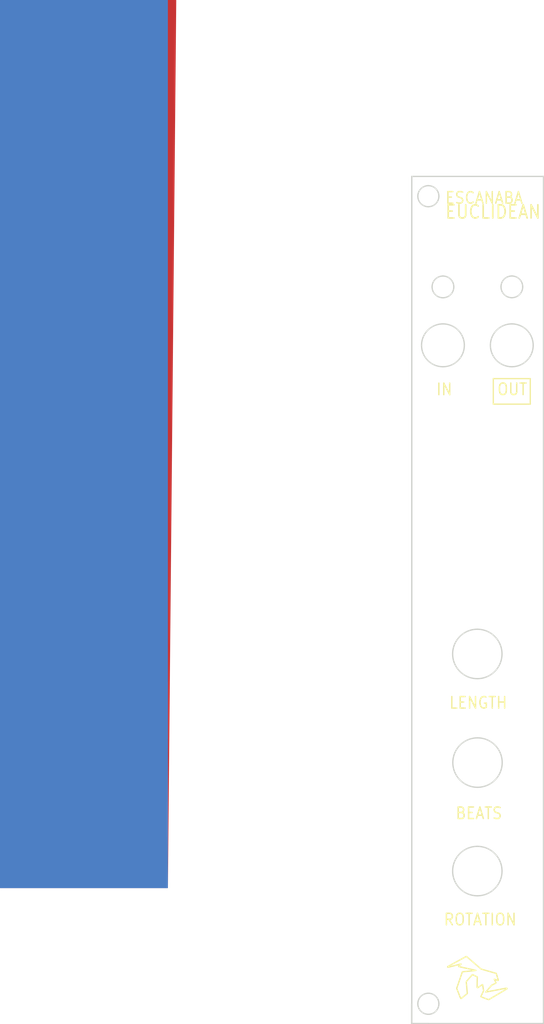
<source format=kicad_pcb>
(kicad_pcb (version 20221018) (generator pcbnew)

  (general
    (thickness 1.6)
  )

  (paper "A4")
  (layers
    (0 "F.Cu" signal)
    (31 "B.Cu" signal)
    (32 "B.Adhes" user "B.Adhesive")
    (33 "F.Adhes" user "F.Adhesive")
    (34 "B.Paste" user)
    (35 "F.Paste" user)
    (36 "B.SilkS" user "B.Silkscreen")
    (37 "F.SilkS" user "F.Silkscreen")
    (38 "B.Mask" user)
    (39 "F.Mask" user)
    (40 "Dwgs.User" user "User.Drawings")
    (41 "Cmts.User" user "User.Comments")
    (42 "Eco1.User" user "User.Eco1")
    (43 "Eco2.User" user "User.Eco2")
    (44 "Edge.Cuts" user)
    (45 "Margin" user)
    (46 "B.CrtYd" user "B.Courtyard")
    (47 "F.CrtYd" user "F.Courtyard")
    (48 "B.Fab" user)
    (49 "F.Fab" user)
  )

  (setup
    (pad_to_mask_clearance 0.05)
    (pcbplotparams
      (layerselection 0x00010fc_ffffffff)
      (plot_on_all_layers_selection 0x0000000_00000000)
      (disableapertmacros false)
      (usegerberextensions false)
      (usegerberattributes true)
      (usegerberadvancedattributes true)
      (creategerberjobfile true)
      (dashed_line_dash_ratio 12.000000)
      (dashed_line_gap_ratio 3.000000)
      (svgprecision 4)
      (plotframeref false)
      (viasonmask false)
      (mode 1)
      (useauxorigin false)
      (hpglpennumber 1)
      (hpglpenspeed 20)
      (hpglpendiameter 15.000000)
      (dxfpolygonmode true)
      (dxfimperialunits true)
      (dxfusepcbnewfont true)
      (psnegative false)
      (psa4output false)
      (plotreference true)
      (plotvalue true)
      (plotinvisibletext false)
      (sketchpadsonfab false)
      (subtractmaskfromsilk false)
      (outputformat 1)
      (mirror false)
      (drillshape 1)
      (scaleselection 1)
      (outputdirectory "")
    )
  )

  (net 0 "")

  (gr_poly
    (pts
      (xy 22.86 124.46)
      (xy -2.54 124.46)
      (xy -2.54 -10.16)
      (xy 24.13 -10.16)
    )

    (stroke (width 0.1) (type solid)) (fill solid) (layer "F.Cu") (tstamp 3de82ed1-5c74-4485-bded-ea587ee5aaf9))
  (gr_poly
    (pts
      (xy 22.86 124.46)
      (xy -2.54 124.46)
      (xy -2.54 -10.16)
      (xy 22.86 -10.16)
    )

    (stroke (width 0.1) (type solid)) (fill solid) (layer "B.Cu") (tstamp b1bda1ff-a597-49c0-8930-d6d50c10db17))
  (gr_curve (pts (xy 67.358358 136.024799) (xy 67.378262 136.019534) (xy 67.401512 136.026295) (xy 67.423305 136.027028))
    (stroke (width 0.2) (type solid)) (layer "F.SilkS") (tstamp 001520b0-0012-48c0-ae58-d599c01f19e5))
  (gr_curve (pts (xy 73.196754 140.505014) (xy 73.300707 140.442719) (xy 73.403545 140.378157) (xy 73.507115 140.316591))
    (stroke (width 0.2) (type solid)) (layer "F.SilkS") (tstamp 01c58bea-a89b-4d0e-b9ec-a8e5fb16d902))
  (gr_curve (pts (xy 72.424048 140.960598) (xy 72.547868 140.887812) (xy 72.672496 140.815756) (xy 72.795202 140.740703))
    (stroke (width 0.2) (type solid)) (layer "F.SilkS") (tstamp 03b1253f-aa48-4fe5-a80a-fba9f234f682))
  (gr_curve (pts (xy 72.827867 137.588236) (xy 72.801581 137.519177) (xy 72.806846 137.42537) (xy 72.702125 137.410344))
    (stroke (width 0.2) (type solid)) (layer "F.SilkS") (tstamp 0594b40f-27e2-43bd-ab5c-c08c36fa28bf))
  (gr_curve (pts (xy 72.625573 138.36436) (xy 72.751661 138.416127) (xy 72.877749 138.468699) (xy 73.004606 138.518235))
    (stroke (width 0.2) (type solid)) (layer "F.SilkS") (tstamp 06323572-6961-4487-83c6-0da2fd98c864))
  (gr_curve (pts (xy 72.076143 139.251551) (xy 72.111422 139.218502) (xy 72.160958 139.198979) (xy 72.204883 139.176459))
    (stroke (width 0.2) (type solid)) (layer "F.SilkS") (tstamp 0895b704-f86e-47c3-a570-a5fa4bfd4a7b))
  (gr_curve (pts (xy 68.270716 137.138646) (xy 68.131831 137.151405) (xy 67.992216 137.162662) (xy 67.852639 137.174693))
    (stroke (width 0.2) (type solid)) (layer "F.SilkS") (tstamp 09069480-2fee-4cf4-86ad-dffa2ce75122))
  (gr_curve (pts (xy 70.724339 139.26504) (xy 70.740864 139.348356) (xy 70.760386 139.431671) (xy 70.774644 139.515756))
    (stroke (width 0.2) (type solid)) (layer "F.SilkS") (tstamp 095e613f-1ecb-4aee-80f0-2ed573976896))
  (gr_curve (pts (xy 68.296964 140.567308) (xy 68.352495 140.531261) (xy 68.402799 140.493752) (xy 68.389272 140.416433))
    (stroke (width 0.2) (type solid)) (layer "F.SilkS") (tstamp 09cba25a-d894-4bce-9ff1-4bc3f8a267d0))
  (gr_curve (pts (xy 65.883115 136.152385) (xy 65.738235 136.230436) (xy 65.591126 136.307027) (xy 65.447015 136.386576))
    (stroke (width 0.2) (type solid)) (layer "F.SilkS") (tstamp 0c70de3d-8bfa-4fe0-8fe4-c74bd9ea9501))
  (gr_curve (pts (xy 68.372401 140.342148) (xy 68.360027 140.201035) (xy 68.349497 140.059921) (xy 68.336738 139.919537))
    (stroke (width 0.2) (type solid)) (layer "F.SilkS") (tstamp 0ca60a8e-3df0-49e8-8370-c627d53b96f2))
  (gr_curve (pts (xy 72.08064 137.242212) (xy 71.987947 137.215967) (xy 71.896753 137.183686) (xy 71.804445 137.158168))
    (stroke (width 0.2) (type solid)) (layer "F.SilkS") (tstamp 0d72f1d4-ceb7-4a68-a1b5-1e60d1af58b4))
  (gr_curve (pts (xy 69.876925 139.54427) (xy 69.878078 139.593806) (xy 69.933225 139.632082) (xy 69.970386 139.608794))
    (stroke (width 0.2) (type solid)) (layer "F.SilkS") (tstamp 112b5597-13c0-4c5c-933b-c6816a02fa2c))
  (gr_curve (pts (xy 67.946446 140.859297) (xy 68.031647 140.790239) (xy 68.113077 140.717413) (xy 68.195624 140.646858))
    (stroke (width 0.2) (type solid)) (layer "F.SilkS") (tstamp 13077ca6-6c23-47a3-bae4-1199b6d315de))
  (gr_curve (pts (xy 68.788595 135.326761) (xy 68.707931 135.257701) (xy 68.627229 135.189375) (xy 68.54618 135.119586))
    (stroke (width 0.2) (type solid)) (layer "F.SilkS") (tstamp 132131ba-d76b-46c7-9667-21fd69056cfb))
  (gr_curve (pts (xy 74.030641 139.731154) (xy 73.9132 139.752175) (xy 73.795723 139.776194) (xy 73.67824 139.798714))
    (stroke (width 0.2) (type solid)) (layer "F.SilkS") (tstamp 14fef024-3212-4985-9603-272b20e4dc1a))
  (gr_curve (pts (xy 70.949537 136.923978) (xy 70.857191 136.89773) (xy 70.766381 136.861683) (xy 70.672574 136.842158))
    (stroke (width 0.2) (type solid)) (layer "F.SilkS") (tstamp 15bece72-e1b3-4991-b5a1-04f9b862b08c))
  (gr_curve (pts (xy 70.666541 140.497481) (xy 70.601633 140.634099) (xy 70.536687 140.770717) (xy 70.470664 140.906566))
    (stroke (width 0.2) (type solid)) (layer "F.SilkS") (tstamp 169ed5f9-2848-47cd-abd9-1e657689488e))
  (gr_curve (pts (xy 70.648902 139.162971) (xy 70.663543 139.153978) (xy 70.699206 139.114933) (xy 70.71158 139.171233))
    (stroke (width 0.2) (type solid)) (layer "F.SilkS") (tstamp 16a15efa-e0ba-428c-8f91-729e4d1a74c5))
  (gr_curve (pts (xy 71.146912 141.251819) (xy 71.264392 141.297627) (xy 71.381872 141.343397) (xy 71.500466 141.386938))
    (stroke (width 0.2) (type solid)) (layer "F.SilkS") (tstamp 16ff3ddf-2480-412a-98cf-ad895479f4c7))
  (gr_curve (pts (xy 67.852639 137.174693) (xy 67.794072 137.17992) (xy 67.734775 137.183686) (xy 67.676977 137.194175))
    (stroke (width 0.2) (type solid)) (layer "F.SilkS") (tstamp 19e4c13b-b6ef-45b1-9fac-483344b61937))
  (gr_curve (pts (xy 70.165917 136.510397) (xy 70.08337 136.43911) (xy 70.000787 136.368553) (xy 69.918237 136.297266))
    (stroke (width 0.2) (type solid)) (layer "F.SilkS") (tstamp 1a754861-9399-4e63-a19c-bac6d2c593b4))
  (gr_curve (pts (xy 67.720133 135.146603) (xy 67.603422 135.211164) (xy 67.486329 135.275726) (xy 67.368501 135.33952))
    (stroke (width 0.2) (type solid)) (layer "F.SilkS") (tstamp 1aee2d70-316b-4b4f-a180-6354ffba84b6))
  (gr_curve (pts (xy 69.179656 135.66452) (xy 69.048688 135.551921) (xy 68.918449 135.439322) (xy 68.788595 135.326761))
    (stroke (width 0.2) (type solid)) (layer "F.SilkS") (tstamp 1ddf8040-62d3-432c-9349-38d5fe4d98dd))
  (gr_curve (pts (xy 69.918237 136.297266) (xy 69.83642 136.226709) (xy 69.754603 136.15765) (xy 69.672786 136.087824))
    (stroke (width 0.2) (type solid)) (layer "F.SilkS") (tstamp 1de3ec25-06d5-40d6-9b57-2ae403a19753))
  (gr_curve (pts (xy 72.290814 137.297784) (xy 72.221023 137.278261) (xy 72.150466 137.263235) (xy 72.08064 137.242212))
    (stroke (width 0.2) (type solid)) (layer "F.SilkS") (tstamp 1e577069-6f5f-4375-aea5-2e86b443dbb1))
  (gr_curve (pts (xy 73.059409 138.507703) (xy 73.075165 138.492715) (xy 73.093186 138.465663) (xy 73.089804 138.446909))
    (stroke (width 0.2) (type solid)) (layer "F.SilkS") (tstamp 205fd099-bfc9-4fc7-a16c-09f3a48ee563))
  (gr_curve (pts (xy 65.409123 136.472121) (xy 65.42976 136.506667) (xy 65.456776 136.526922) (xy 65.507042 136.503672))
    (stroke (width 0.2) (type solid)) (layer "F.SilkS") (tstamp 20a97c01-8e2a-4d93-9cfb-73cbf377bb17))
  (gr_curve (pts (xy 71.488822 140.221285) (xy 71.408119 140.238542) (xy 71.327071 140.254298) (xy 71.245984 140.270091))
    (stroke (width 0.2) (type solid)) (layer "F.SilkS") (tstamp 22ee53b9-a6e7-4756-b507-c8dad5a8afa6))
  (gr_curve (pts (xy 72.795202 140.740703) (xy 72.795202 140.740703) (xy 72.93743 140.653619) (xy 72.93743 140.653619))
    (stroke (width 0.2) (type solid)) (layer "F.SilkS") (tstamp 232a8774-e4d1-4593-b758-768525a5da28))
  (gr_curve (pts (xy 66.802547 139.624589) (xy 66.791671 139.656831) (xy 66.772149 139.695876) (xy 66.78118 139.722892))
    (stroke (width 0.2) (type solid)) (layer "F.SilkS") (tstamp 242fc04a-1dc3-4d8d-ad99-1bc7d057860b))
  (gr_curve (pts (xy 74.064075 139.984099) (xy 74.168373 139.922573) (xy 74.273824 139.862507) (xy 74.376662 139.799444))
    (stroke (width 0.2) (type solid)) (layer "F.SilkS") (tstamp 25251b5c-57ae-46d6-b977-2ac18c06f469))
  (gr_curve (pts (xy 72.184208 140.08244) (xy 72.063385 140.104192) (xy 71.942523 140.12821) (xy 71.823199 140.152229))
    (stroke (width 0.2) (type solid)) (layer "F.SilkS") (tstamp 25bc0f74-f006-4481-bc58-dc98b4af32a4))
  (gr_curve (pts (xy 66.434774 135.851404) (xy 66.250888 135.951974) (xy 66.067732 136.052545) (xy 65.883115 136.152385))
    (stroke (width 0.2) (type solid)) (layer "F.SilkS") (tstamp 28979e44-828a-4acf-b98f-b4f00d55cac6))
  (gr_curve (pts (xy 67.423305 136.027028) (xy 67.412772 136.04282) (xy 67.406047 136.062306) (xy 67.39252 136.073564))
    (stroke (width 0.2) (type solid)) (layer "F.SilkS") (tstamp 2b9d17ef-6da7-4324-b781-98591f021f56))
  (gr_curve (pts (xy 69.520415 137.787146) (xy 69.642004 137.847213) (xy 69.762866 137.909508) (xy 69.882959 137.973301))
    (stroke (width 0.2) (type solid)) (layer "F.SilkS") (tstamp 2c99de94-9ed0-4176-963b-cd450d60920f))
  (gr_curve (pts (xy 67.11106 140.563542) (xy 67.166594 140.708422) (xy 67.216896 140.854763) (xy 67.27504 140.998144))
    (stroke (width 0.2) (type solid)) (layer "F.SilkS") (tstamp 2ebc7833-bdab-4303-bd3d-4fcc12d20a00))
  (gr_curve (pts (xy 66.935782 139.238792) (xy 66.890743 139.367109) (xy 66.846859 139.496233) (xy 66.802547 139.624589))
    (stroke (width 0.2) (type solid)) (layer "F.SilkS") (tstamp 316490a4-0f34-4f7a-9fb2-7600066b10e4))
  (gr_curve (pts (xy 68.975481 137.068858) (xy 68.853887 137.080848) (xy 68.73195 137.092108) (xy 68.609974 137.104136))
    (stroke (width 0.2) (type solid)) (layer "F.SilkS") (tstamp 31dcdae8-f7a9-46b0-884f-62347fba9b77))
  (gr_curve (pts (xy 70.865456 141.139988) (xy 70.95926 141.176765) (xy 71.052337 141.21581) (xy 71.146912 141.251819))
    (stroke (width 0.2) (type solid)) (layer "F.SilkS") (tstamp 33d1d284-454e-4bf7-9ebd-25fa9e051c11))
  (gr_curve (pts (xy 71.212973 140.268553) (xy 71.217088 140.259563) (xy 71.219737 140.247573) (xy 71.226116 140.240041))
    (stroke (width 0.2) (type solid)) (layer "F.SilkS") (tstamp 365bd322-79d5-425d-8f54-991ca9f90030))
  (gr_curve (pts (xy 67.35801 138.01984) (xy 67.32496 138.114415) (xy 67.292334 138.209721) (xy 67.259668 138.305065))
    (stroke (width 0.2) (type solid)) (layer "F.SilkS") (tstamp 3aec2946-acd9-40ee-a984-7a44d43231d4))
  (gr_curve (pts (xy 71.858864 141.296128) (xy 71.971079 141.228569) (xy 72.083294 141.161009) (xy 72.195468 141.094218))
    (stroke (width 0.2) (type solid)) (layer "F.SilkS") (tstamp 3ee369e1-4adc-47c8-a9b7-8aee975ec222))
  (gr_curve (pts (xy 71.930149 139.420409) (xy 71.97857 139.363382) (xy 72.022495 139.302586) (xy 72.076143 139.251551))
    (stroke (width 0.2) (type solid)) (layer "F.SilkS") (tstamp 3f2210dd-34fb-4f6e-aaf8-3ce71c211f6d))
  (gr_curve (pts (xy 72.987735 138.122678) (xy 72.961065 138.032598) (xy 72.938929 137.941789) (xy 72.911529 137.851708))
    (stroke (width 0.2) (type solid)) (layer "F.SilkS") (tstamp 3f6da8d0-ae7d-48f2-82bd-56ac63696b77))
  (gr_curve (pts (xy 70.514935 141.007137) (xy 70.633145 141.049179) (xy 70.749126 141.094218) (xy 70.865456 141.139988))
    (stroke (width 0.2) (type solid)) (layer "F.SilkS") (tstamp 4232c212-82ff-4725-8b69-421fd61e49c2))
  (gr_curve (pts (xy 69.882959 137.973301) (xy 69.897216 137.980795) (xy 69.911473 138.004084) (xy 69.911089 138.02057))
    (stroke (width 0.2) (type solid)) (layer "F.SilkS") (tstamp 45072ef4-eb72-41b1-a9d7-d8d0dfaf4a57))
  (gr_curve (pts (xy 71.823199 140.152229) (xy 71.787536 140.158992) (xy 71.753026 140.165756) (xy 71.718132 140.172479))
    (stroke (width 0.2) (type solid)) (layer "F.SilkS") (tstamp 45f7c7a7-a45c-4c08-ab36-96c708f146ea))
  (gr_curve (pts (xy 70.859458 140.068913) (xy 70.851964 140.11695) (xy 70.821912 140.160491) (xy 70.800894 140.205529))
    (stroke (width 0.2) (type solid)) (layer "F.SilkS") (tstamp 46275371-8582-46c3-8cbb-11b9e0428793))
  (gr_curve (pts (xy 72.702125 137.410344) (xy 72.682219 137.407347) (xy 72.661582 137.405848) (xy 72.642098 137.400622))
    (stroke (width 0.2) (type solid)) (layer "F.SilkS") (tstamp 462aa04a-8e2c-45b0-8938-9a51ddfcf837))
  (gr_curve (pts (xy 71.245984 140.270091) (xy 71.236262 140.272322) (xy 71.224233 140.269322) (xy 71.212973 140.268553))
    (stroke (width 0.2) (type solid)) (layer "F.SilkS") (tstamp 46716987-3e06-4ed8-94ee-47d3f6a6c024))
  (gr_curve (pts (xy 71.730893 139.647839) (xy 71.791686 139.57805) (xy 71.854711 139.510491) (xy 71.91666 139.442201))
    (stroke (width 0.2) (type solid)) (layer "F.SilkS") (tstamp 4997625c-8c13-45bd-ae78-40468a15f634))
  (gr_curve (pts (xy 71.804445 137.158168) (xy 71.708371 137.13115) (xy 71.611528 137.110131) (xy 71.514723 137.083113))
    (stroke (width 0.2) (type solid)) (layer "F.SilkS") (tstamp 4caa360f-3f68-4790-b55f-0c1c1d3dbc0c))
  (gr_curve (pts (xy 67.140305 136.423353) (xy 67.22439 136.445873) (xy 67.309588 136.46163) (xy 67.395133 136.478884))
    (stroke (width 0.2) (type solid)) (layer "F.SilkS") (tstamp 4d3014f0-5707-46ad-bc46-d2219dc7e5f4))
  (gr_curve (pts (xy 68.557402 138.31179) (xy 68.656515 138.19996) (xy 68.756314 138.088129) (xy 68.85577 137.976299))
    (stroke (width 0.2) (type solid)) (layer "F.SilkS") (tstamp 4d881c3a-f313-4edd-99c7-80be93c8c0d2))
  (gr_curve (pts (xy 66.321445 136.298762) (xy 66.402493 136.278473) (xy 66.482811 136.254455) (xy 66.563514 136.233432))
    (stroke (width 0.2) (type solid)) (layer "F.SilkS") (tstamp 5198d0d3-3916-415b-8370-94066280b73f))
  (gr_curve (pts (xy 73.11194 139.908277) (xy 73.03239 139.923303) (xy 72.953571 139.942057) (xy 72.874021 139.957083))
    (stroke (width 0.2) (type solid)) (layer "F.SilkS") (tstamp 527eaa81-2b63-4f06-952e-1fb70712d871))
  (gr_curve (pts (xy 69.201792 137.641538) (xy 69.308742 137.688076) (xy 69.415691 137.736113) (xy 69.520415 137.787146))
    (stroke (width 0.2) (type solid)) (layer "F.SilkS") (tstamp 535a01a3-3843-4467-b004-01179fbe1b5f))
  (gr_curve (pts (xy 71.226116 140.240041) (xy 71.274883 140.178515) (xy 71.323305 140.11622) (xy 71.37434 140.056154))
    (stroke (width 0.2) (type solid)) (layer "F.SilkS") (tstamp 5466a54e-7aa5-4bbe-8270-a7704424fe87))
  (gr_curve (pts (xy 69.65776 136.997532) (xy 69.539166 137.010291) (xy 69.419842 137.021551) (xy 69.301248 137.033579))
    (stroke (width 0.2) (type solid)) (layer "F.SilkS") (tstamp 5a0bd8a9-9d47-4d93-a35f-ea0d0aea02bc))
  (gr_curve (pts (xy 68.274828 134.886894) (xy 68.259072 134.874136) (xy 68.221142 134.870408) (xy 68.203541 134.880169))
    (stroke (width 0.2) (type solid)) (layer "F.SilkS") (tstamp 5a82d19b-84b2-4c00-ad31-8a8827f753db))
  (gr_curve (pts (xy 69.060293 136.848924) (xy 69.128621 136.86395) (xy 69.19841 136.872213) (xy 69.266738 136.88647))
    (stroke (width 0.2) (type solid)) (layer "F.SilkS") (tstamp 5a918a94-6ac7-45ee-8db8-150f4048b8f1))
  (gr_curve (pts (xy 73.76194 140.167985) (xy 73.862895 140.107958) (xy 73.963466 140.044892) (xy 74.064075 139.984099))
    (stroke (width 0.2) (type solid)) (layer "F.SilkS") (tstamp 5aa84d70-f013-435d-943f-494e264d8dbc))
  (gr_curve (pts (xy 70.843702 139.924802) (xy 70.85231 139.972839) (xy 70.866952 140.023143) (xy 70.859458 140.068913))
    (stroke (width 0.2) (type solid)) (layer "F.SilkS") (tstamp 5bf2da8e-fa1b-4b37-ab22-4962d3f8ca37))
  (gr_curve (pts (xy 65.447015 136.386576) (xy 65.415848 136.403101) (xy 65.386219 136.433115) (xy 65.409123 136.472121))
    (stroke (width 0.2) (type solid)) (layer "F.SilkS") (tstamp 5c557c1f-f7ce-45e0-b66c-888c4881686e))
  (gr_curve (pts (xy 73.564911 139.821231) (xy 73.489858 139.836988) (xy 73.415919 139.855013) (xy 73.340136 139.869268))
    (stroke (width 0.2) (type solid)) (layer "F.SilkS") (tstamp 5df8fecb-30de-46d5-8bec-39ba6f7daf22))
  (gr_curve (pts (xy 68.395305 136.697319) (xy 68.463597 136.712307) (xy 68.53077 136.728831) (xy 68.598714 136.743089))
    (stroke (width 0.2) (type solid)) (layer "F.SilkS") (tstamp 5ee65100-dae8-4ecb-9456-46e5aaf1fea9))
  (gr_curve (pts (xy 69.424341 135.874692) (xy 69.342521 135.804135) (xy 69.260704 135.734308) (xy 69.179656 135.66452))
    (stroke (width 0.2) (type solid)) (layer "F.SilkS") (tstamp 5f5dbc3b-b634-44eb-8ba7-c286284b9753))
  (gr_curve (pts (xy 71.163437 136.981046) (xy 71.09215 136.960755) (xy 71.020824 136.944268) (xy 70.949537 136.923978))
    (stroke (width 0.2) (type solid)) (layer "F.SilkS") (tstamp 5fd94c3d-5ccf-4abe-a1f1-c709f32cb5bb))
  (gr_curve (pts (xy 68.325478 138.578262) (xy 68.400532 138.487453) (xy 68.479354 138.400371) (xy 68.557402 138.31179))
    (stroke (width 0.2) (type solid)) (layer "F.SilkS") (tstamp 603df743-410d-4207-ace1-7babf88f3d5f))
  (gr_curve (pts (xy 70.811421 139.783688) (xy 70.819299 139.831725) (xy 70.835439 139.877533) (xy 70.843702 139.924802))
    (stroke (width 0.2) (type solid)) (layer "F.SilkS") (tstamp 60f0a003-f9b6-4658-88ad-a2ecce396658))
  (gr_curve (pts (xy 67.601539 141.13476) (xy 67.716406 141.042415) (xy 67.833117 140.951606) (xy 67.946446 140.859297))
    (stroke (width 0.2) (type solid)) (layer "F.SilkS") (tstamp 60f2d740-e265-4b14-9736-720799671c8b))
  (gr_curve (pts (xy 68.389272 140.416433) (xy 68.384775 140.391684) (xy 68.375014 140.367666) (xy 68.372401 140.342148))
    (stroke (width 0.2) (type solid)) (layer "F.SilkS") (tstamp 62e28805-5b80-4a5f-9bd3-5560752ae6c9))
  (gr_curve (pts (xy 73.67824 139.798714) (xy 73.641117 139.806976) (xy 73.602841 139.81374) (xy 73.564911 139.821231))
    (stroke (width 0.2) (type solid)) (layer "F.SilkS") (tstamp 639eafac-515b-4310-b58f-9bc8dd196066))
  (gr_curve (pts (xy 73.089804 138.446909) (xy 73.081542 138.397373) (xy 73.06202 138.349336) (xy 73.046263 138.300567))
    (stroke (width 0.2) (type solid)) (layer "F.SilkS") (tstamp 66660b7f-f423-4a65-b3d5-3214527a6f49))
  (gr_curve (pts (xy 67.676977 137.194175) (xy 67.658992 137.197213) (xy 67.636472 137.216697) (xy 67.62894 137.23472))
    (stroke (width 0.2) (type solid)) (layer "F.SilkS") (tstamp 66b84f83-08cd-4860-8705-025b92267b40))
  (gr_curve (pts (xy 67.39252 136.073564) (xy 67.30171 136.155383) (xy 67.207865 136.233432) (xy 67.117056 136.315251))
    (stroke (width 0.2) (type solid)) (layer "F.SilkS") (tstamp 6704999c-6e7f-4a31-a18b-52fb96b024e2))
  (gr_curve (pts (xy 69.970386 139.608794) (xy 70.018039 139.579549) (xy 70.066076 139.551764) (xy 70.111884 139.520252))
    (stroke (width 0.2) (type solid)) (layer "F.SilkS") (tstamp 68582164-710f-4a63-b0db-75c323f713c8))
  (gr_curve (pts (xy 74.304261 139.68085) (xy 74.290733 139.685384) (xy 74.27759 139.691379) (xy 74.263717 139.692876))
    (stroke (width 0.2) (type solid)) (layer "F.SilkS") (tstamp 6cbbd47e-c46f-4041-a8e8-37959c9244af))
  (gr_curve (pts (xy 72.627459 138.958793) (xy 72.765919 138.886008) (xy 72.762921 138.889005) (xy 72.692364 138.754655))
    (stroke (width 0.2) (type solid)) (layer "F.SilkS") (tstamp 6d0e17ae-5718-4446-91cc-fdc1adaab93d))
  (gr_curve (pts (xy 72.911529 137.851708) (xy 72.886011 137.763129) (xy 72.85938 137.674546) (xy 72.827867 137.588236))
    (stroke (width 0.2) (type solid)) (layer "F.SilkS") (tstamp 6ea8756d-a196-4c49-a7da-7fef262a4982))
  (gr_curve (pts (xy 66.78118 139.722892) (xy 66.814578 139.826498) (xy 66.858846 139.927069) (xy 66.898621 140.028368))
    (stroke (width 0.2) (type solid)) (layer "F.SilkS") (tstamp 6fde6fa1-5201-4ae9-bd2e-f906511b020c))
  (gr_curve (pts (xy 68.609974 137.104136) (xy 68.497375 137.115394) (xy 68.384432 137.128155) (xy 68.270716 137.138646))
    (stroke (width 0.2) (type solid)) (layer "F.SilkS") (tstamp 71e723cc-be4c-4eff-a11e-812c9e7a04f0))
  (gr_curve (pts (xy 69.672786 136.087824) (xy 69.589855 136.016536) (xy 69.506924 135.945209) (xy 69.424341 135.874692))
    (stroke (width 0.2) (type solid)) (layer "F.SilkS") (tstamp 71ef5dda-f580-462b-abdd-87d772b7f334))
  (gr_curve (pts (xy 74.263717 139.692876) (xy 74.186397 139.706405) (xy 74.107962 139.716897) (xy 74.030641 139.731154))
    (stroke (width 0.2) (type solid)) (layer "F.SilkS") (tstamp 736dd5f4-b8e1-45f6-8068-1e78ea058abd))
  (gr_curve (pts (xy 71.37434 140.056154) (xy 71.492934 139.919537) (xy 71.611528 139.782957) (xy 71.730893 139.647839))
    (stroke (width 0.2) (type solid)) (layer "F.SilkS") (tstamp 75c4409c-a772-46e4-8e0b-922a391f3c96))
  (gr_curve (pts (xy 69.877694 139.183223) (xy 69.875426 139.303316) (xy 69.876925 139.423409) (xy 69.876925 139.54427))
    (stroke (width 0.2) (type solid)) (layer "F.SilkS") (tstamp 7a127804-1728-4905-9e72-23e5e848d8e5))
  (gr_curve (pts (xy 69.150373 137.649031) (xy 69.159404 137.63854) (xy 69.18715 137.635543) (xy 69.201792 137.641538))
    (stroke (width 0.2) (type solid)) (layer "F.SilkS") (tstamp 7afaa942-39ac-4dc5-8802-4175e12354c1))
  (gr_curve (pts (xy 70.774644 139.515756) (xy 70.789285 139.604298) (xy 70.797894 139.694377) (xy 70.811421 139.783688))
    (stroke (width 0.2) (type solid)) (layer "F.SilkS") (tstamp 7b7c658d-bf4d-434f-b80b-e0cd08ddd951))
  (gr_line (start 72.336928 51.092404) (end 72.336928 47.222184)
    (stroke (width 0.2) (type solid)) (layer "F.SilkS") (tstamp 7e421950-3bb5-4a12-b48b-5a78d4bade83))
  (gr_curve (pts (xy 67.80833 136.567465) (xy 67.867627 136.581722) (xy 67.927692 136.593712) (xy 67.987719 136.60724))
    (stroke (width 0.2) (type solid)) (layer "F.SilkS") (tstamp 7f343cfa-b733-4d66-a286-1437b623fc5b))
  (gr_curve (pts (xy 68.203541 134.880169) (xy 68.041022 134.966482) (xy 67.881154 135.057292) (xy 67.720133 135.146603))
    (stroke (width 0.2) (type solid)) (layer "F.SilkS") (tstamp 81893589-de66-4f22-b8ef-e6d6c47c20c9))
  (gr_curve (pts (xy 69.301248 137.033579) (xy 69.192415 137.044839) (xy 69.084312 137.057598) (xy 68.975481 137.068858))
    (stroke (width 0.2) (type solid)) (layer "F.SilkS") (tstamp 81938d16-e9eb-49f7-94d1-ac95e3cfe32b))
  (gr_curve (pts (xy 69.65776 136.973514) (xy 69.665295 136.975012) (xy 69.672786 136.979547) (xy 69.679898 136.983275))
    (stroke (width 0.2) (type solid)) (layer "F.SilkS") (tstamp 819b2d2b-df09-40b7-8ebf-30ae8770de1c))
  (gr_curve (pts (xy 73.340136 139.869268) (xy 73.263929 139.883528) (xy 73.18738 139.894019) (xy 73.11194 139.908277))
    (stroke (width 0.2) (type solid)) (layer "F.SilkS") (tstamp 824af407-b31d-4dde-a154-b32458326cb0))
  (gr_curve (pts (xy 67.395133 136.478884) (xy 67.462308 136.493142) (xy 67.529138 136.503672) (xy 67.596313 136.51716))
    (stroke (width 0.2) (type solid)) (layer "F.SilkS") (tstamp 829d690c-df1a-40eb-9a8a-4b4baa118a7c))
  (gr_curve (pts (xy 72.42105 140.044892) (xy 72.342231 140.059921) (xy 72.262681 140.068183) (xy 72.184208 140.08244))
    (stroke (width 0.2) (type solid)) (layer "F.SilkS") (tstamp 82a2e87e-8c56-4876-84e4-09751215fa66))
  (gr_curve (pts (xy 67.388754 141.219576) (xy 67.414271 141.262346) (xy 67.450702 141.266845) (xy 67.490477 141.228569))
    (stroke (width 0.2) (type solid)) (layer "F.SilkS") (tstamp 846c3c28-887e-4330-9e11-686c30bd299a))
  (gr_curve (pts (xy 68.266181 139.144947) (xy 68.254191 139.003831) (xy 68.233939 138.862719) (xy 68.236168 138.722374))
    (stroke (width 0.2) (type solid)) (layer "F.SilkS") (tstamp 874c946c-6642-442d-84e4-32cbcbf29183))
  (gr_curve (pts (xy 65.676709 136.46163) (xy 65.736006 136.447372) (xy 65.794919 136.432346) (xy 65.854562 136.41659))
    (stroke (width 0.2) (type solid)) (layer "F.SilkS") (tstamp 8814f559-2cc2-46db-8fbc-7d0f6f9dfdbe))
  (gr_line (start 72.336928 47.222184) (end 77.951598 47.222184)
    (stroke (width 0.2) (type solid)) (layer "F.SilkS") (tstamp 897d4dad-4f47-40ae-b0c5-8d475ae8bd53))
  (gr_curve (pts (xy 66.817188 135.641229) (xy 66.689217 135.711058) (xy 66.562361 135.781615) (xy 66.434774 135.851404))
    (stroke (width 0.2) (type solid)) (layer "F.SilkS") (tstamp 89c59415-95f8-46bd-9e0a-501fd5a3efae))
  (gr_curve (pts (xy 70.111884 139.520252) (xy 70.290506 139.401658) (xy 70.468397 139.280796) (xy 70.648902 139.162971))
    (stroke (width 0.2) (type solid)) (layer "F.SilkS") (tstamp 8ccbd0f4-eb4b-4f2f-8f1f-89db27822a18))
  (gr_curve (pts (xy 69.911089 138.02057) (xy 69.907707 138.151193) (xy 69.899099 138.282545) (xy 69.895333 138.41313))
    (stroke (width 0.2) (type solid)) (layer "F.SilkS") (tstamp 8f8bf312-f9c3-44f5-b153-0804e58a1504))
  (gr_curve (pts (xy 67.453316 137.741378) (xy 67.421035 137.833686) (xy 67.389907 137.926763) (xy 67.35801 138.01984))
    (stroke (width 0.2) (type solid)) (layer "F.SilkS") (tstamp 90a37ec6-7c34-43e2-99cb-304fbb5e607d))
  (gr_curve (pts (xy 71.500466 141.386938) (xy 71.546236 141.402694) (xy 71.603265 141.433476) (xy 71.640811 141.419949))
    (stroke (width 0.2) (type solid)) (layer "F.SilkS") (tstamp 90e109f2-3563-44a7-b44a-a8a8eef73651))
  (gr_curve (pts (xy 67.117056 136.315251) (xy 67.076896 136.351298) (xy 67.088541 136.409096) (xy 67.140305 136.423353))
    (stroke (width 0.2) (type solid)) (layer "F.SilkS") (tstamp 9565c506-e897-490d-8485-0909e708fa25))
  (gr_curve (pts (xy 69.266738 136.88647) (xy 69.397322 136.913486) (xy 69.527906 136.944268) (xy 69.65776 136.973514))
    (stroke (width 0.2) (type solid)) (layer "F.SilkS") (tstamp 98e7d661-c1c0-462f-b872-839f6c6ba7d3))
  (gr_curve (pts (xy 67.552387 137.447122) (xy 67.51861 137.544733) (xy 67.486329 137.643034) (xy 67.453316 137.741378))
    (stroke (width 0.2) (type solid)) (layer "F.SilkS") (tstamp 9ad6f735-cc0a-483a-b777-89b89aa3ad7e))
  (gr_curve (pts (xy 72.497602 138.320053) (xy 72.505865 138.320821) (xy 72.51486 138.320053) (xy 72.522735 138.32305))
    (stroke (width 0.2) (type solid)) (layer "F.SilkS") (tstamp 9f6a7f78-7bb4-4317-a40a-2bb030452bc4))
  (gr_curve (pts (xy 68.336738 139.919537) (xy 68.331512 139.861008) (xy 68.324748 139.80248) (xy 68.31987 139.743183))
    (stroke (width 0.2) (type solid)) (layer "F.SilkS") (tstamp aa22589e-bfa8-4552-b3a9-8e29d3d30d9f))
  (gr_curve (pts (xy 72.642098 137.400622) (xy 72.525003 137.366842) (xy 72.408291 137.331563) (xy 72.290814 137.297784))
    (stroke (width 0.2) (type solid)) (layer "F.SilkS") (tstamp ab3cd335-bce3-4fcf-9dd1-62c11c19eaa6))
  (gr_curve (pts (xy 68.598714 136.743089) (xy 68.664736 136.757346) (xy 68.730797 136.767876) (xy 68.796089 136.782864))
    (stroke (width 0.2) (type solid)) (layer "F.SilkS") (tstamp abde4f98-4b5e-41cd-a906-f529e0127c80))
  (gr_curve (pts (xy 68.796089 136.782864) (xy 68.885054 136.803155) (xy 68.972135 136.828672) (xy 69.060293 136.848924))
    (stroke (width 0.2) (type solid)) (layer "F.SilkS") (tstamp abf5b218-8333-4c23-b574-7f829e16514d))
  (gr_curve (pts (xy 71.514723 137.083113) (xy 71.397628 137.050832) (xy 71.281265 137.014787) (xy 71.163437 136.981046))
    (stroke (width 0.2) (type solid)) (layer "F.SilkS") (tstamp ac2117e2-fe6e-4f09-bb1f-626bddff7c45))
  (gr_curve (pts (xy 66.076378 136.356563) (xy 66.157813 136.336272) (xy 66.240012 136.319017) (xy 66.321445 136.298762))
    (stroke (width 0.2) (type solid)) (layer "F.SilkS") (tstamp ae239289-27c5-4142-b676-806bccdfd7e6))
  (gr_curve (pts (xy 74.40633 139.714629) (xy 74.383042 139.67712) (xy 74.346649 139.665093) (xy 74.304261 139.68085))
    (stroke (width 0.2) (type solid)) (layer "F.SilkS") (tstamp afabf8fe-27bb-41d7-a4ae-242742942d10))
  (gr_curve (pts (xy 67.071288 138.861989) (xy 67.026976 138.988075) (xy 66.980438 139.112666) (xy 66.935782 139.238792))
    (stroke (width 0.2) (type solid)) (layer "F.SilkS") (tstamp b008202f-9ddf-49e5-beb5-f610539f073e))
  (gr_curve (pts (xy 70.470664 140.906566) (xy 70.448493 140.950837) (xy 70.469512 140.990648) (xy 70.514935 141.007137))
    (stroke (width 0.2) (type solid)) (layer "F.SilkS") (tstamp b092405c-1cfc-4974-80e3-02c3cdb25a3a))
  (gr_curve (pts (xy 72.204883 139.176459) (xy 72.345613 139.102905) (xy 72.487072 139.032348) (xy 72.627459 138.958793))
    (stroke (width 0.2) (type solid)) (layer "F.SilkS") (tstamp b339a391-9a19-4292-904d-abe415902c2c))
  (gr_curve (pts (xy 68.54618 135.119586) (xy 68.456101 135.042266) (xy 68.368292 134.961986) (xy 68.274828 134.886894))
    (stroke (width 0.2) (type solid)) (layer "F.SilkS") (tstamp b3cea916-a67a-4169-8a45-8b5e3fce8155))
  (gr_curve (pts (xy 69.895333 138.41313) (xy 69.888188 138.669072) (xy 69.88219 138.925782) (xy 69.877694 139.183223))
    (stroke (width 0.2) (type solid)) (layer "F.SilkS") (tstamp b8b796f2-2750-45a5-983c-43df2b1dba76))
  (gr_curve (pts (xy 66.563514 136.233432) (xy 66.64118 136.213181) (xy 66.718503 136.196657) (xy 66.795053 136.176404))
    (stroke (width 0.2) (type solid)) (layer "F.SilkS") (tstamp b9b8c7b6-9c6f-4ba6-b066-220aff5aa7fd))
  (gr_curve (pts (xy 67.037506 136.110343) (xy 67.144456 136.081098) (xy 67.251406 136.051815) (xy 67.358358 136.024799))
    (stroke (width 0.2) (type solid)) (layer "F.SilkS") (tstamp b9e5547d-133b-484d-b0b3-ed60d76ba361))
  (gr_curve (pts (xy 67.490477 141.228569) (xy 67.524987 141.195558) (xy 67.563647 141.164007) (xy 67.601539 141.13476))
    (stroke (width 0.2) (type solid)) (layer "F.SilkS") (tstamp bbc885f1-ddc2-4384-94ee-2ca8d93045e3))
  (gr_curve (pts (xy 71.718132 140.172479) (xy 71.641541 140.189004) (xy 71.565374 140.205529) (xy 71.488822 140.221285))
    (stroke (width 0.2) (type solid)) (layer "F.SilkS") (tstamp bf50c5ce-4bc7-4846-bea4-33acd27034e7))
  (gr_curve (pts (xy 71.640811 141.419949) (xy 71.718478 141.392202) (xy 71.787152 141.339669) (xy 71.858864 141.296128))
    (stroke (width 0.2) (type solid)) (layer "F.SilkS") (tstamp bff012a4-b08b-497e-91e5-b17b199fd20f))
  (gr_curve (pts (xy 67.987719 136.60724) (xy 68.059429 136.622996) (xy 68.131101 136.639521) (xy 68.203541 136.656046))
    (stroke (width 0.2) (type solid)) (layer "F.SilkS") (tstamp c09f5fa0-6cd8-4d4e-b3e4-15f414730401))
  (gr_curve (pts (xy 67.368501 135.33952) (xy 67.184231 135.440821) (xy 67.000729 135.540661) (xy 66.817188 135.641229))
    (stroke (width 0.2) (type solid)) (layer "F.SilkS") (tstamp c129e547-6f3c-495f-8c2c-5ccf40a50cf8))
  (gr_curve (pts (xy 72.874021 139.957083) (xy 72.801197 139.97134) (xy 72.727258 139.981868) (xy 72.654088 139.995359))
    (stroke (width 0.2) (type solid)) (layer "F.SilkS") (tstamp c5ad3a1b-1710-45c5-9216-4524b3ae09d4))
  (gr_curve (pts (xy 68.203541 136.656046) (xy 68.26768 136.669534) (xy 68.331512 136.683059) (xy 68.395305 136.697319))
    (stroke (width 0.2) (type solid)) (layer "F.SilkS") (tstamp c8afcf8f-073a-42af-8819-8e86ae379562))
  (gr_line (start 77.951598 47.222184) (end 77.951598 51.092404)
    (stroke (width 0.2) (type solid)) (layer "F.SilkS") (tstamp c9134e0b-d633-453e-8970-a1ecac42a788))
  (gr_curve (pts (xy 65.854562 136.41659) (xy 65.928501 136.397068) (xy 66.001709 136.375316) (xy 66.076378 136.356563))
    (stroke (width 0.2) (type solid)) (layer "F.SilkS") (tstamp cb1cca60-bd32-4429-9de3-92bab43aae72))
  (gr_curve (pts (xy 68.31987 139.743183) (xy 68.307493 139.602069) (xy 68.295849 139.461685) (xy 68.284205 139.320571))
    (stroke (width 0.2) (type solid)) (layer "F.SilkS") (tstamp cb79fc39-6595-446b-b99e-fc6dc18dad65))
  (gr_curve (pts (xy 67.27504 140.998144) (xy 67.306207 141.074696) (xy 67.34748 141.148251) (xy 67.388754 141.219576))
    (stroke (width 0.2) (type solid)) (layer "F.SilkS") (tstamp ced83970-6022-4c6b-8a49-59e055deef45))
  (gr_curve (pts (xy 72.93743 140.653619) (xy 73.023744 140.604086) (xy 73.110825 140.55528) (xy 73.196754 140.505014))
    (stroke (width 0.2) (type solid)) (layer "F.SilkS") (tstamp d690a2c7-cb1f-47f5-adb9-483e3e332bb3))
  (gr_curve (pts (xy 67.164324 138.583527) (xy 67.132812 138.675835) (xy 67.103528 138.769681) (xy 67.071288 138.861989))
    (stroke (width 0.2) (type solid)) (layer "F.SilkS") (tstamp d822a5ea-240e-41d0-a747-8f308ecb1a69))
  (gr_curve (pts (xy 70.672574 136.842158) (xy 70.574233 136.82114) (xy 70.486421 136.787398) (xy 70.410599 136.720569))
    (stroke (width 0.2) (type solid)) (layer "F.SilkS") (tstamp d98bd07e-7bc2-4fb1-8798-94fd889004a5))
  (gr_curve (pts (xy 73.004606 138.518235) (xy 73.019632 138.524228) (xy 73.047378 138.518965) (xy 73.059409 138.507703))
    (stroke (width 0.2) (type solid)) (layer "F.SilkS") (tstamp daac580e-ad6f-4034-a7f8-b9eb3cc2acb0))
  (gr_curve (pts (xy 65.507042 136.503672) (xy 65.558845 136.478884) (xy 65.619641 136.475155) (xy 65.676709 136.46163))
    (stroke (width 0.2) (type solid)) (layer "F.SilkS") (tstamp dabe1abd-fa41-4b84-9e37-78582575ed3b))
  (gr_curve (pts (xy 66.898621 140.028368) (xy 66.939933 140.136473) (xy 66.980822 140.243807) (xy 67.023251 140.350372))
    (stroke (width 0.2) (type solid)) (layer "F.SilkS") (tstamp dfc7e31a-b2f4-4f69-b973-25b9fa136355))
  (gr_curve (pts (xy 70.410599 136.720569) (xy 70.330281 136.649282) (xy 70.246965 136.580224) (xy 70.165917 136.510397))
    (stroke (width 0.2) (type solid)) (layer "F.SilkS") (tstamp e15cecd3-17f4-41a0-8cba-8fc4d4f5f712))
  (gr_curve (pts (xy 67.62894 137.23472) (xy 67.60004 137.303779) (xy 67.576406 137.375834) (xy 67.552387 137.447122))
    (stroke (width 0.2) (type solid)) (layer "F.SilkS") (tstamp e1bb459e-4803-4afa-a6f8-8ec33ae28b5f))
  (gr_curve (pts (xy 73.507115 140.316591) (xy 73.591197 140.266327) (xy 73.677126 140.21902) (xy 73.76194 140.167985))
    (stroke (width 0.2) (type solid)) (layer "F.SilkS") (tstamp e4be74b8-ddc8-479f-afa1-30e6aca08d43))
  (gr_curve (pts (xy 67.596313 136.51716) (xy 67.667216 136.532917) (xy 67.737427 136.551709) (xy 67.80833 136.567465))
    (stroke (width 0.2) (type solid)) (layer "F.SilkS") (tstamp eabcd4b6-e21c-434b-90fb-ad231b033ef1))
  (gr_curve (pts (xy 72.654088 139.995359) (xy 72.576037 140.011115) (xy 72.499104 140.030637) (xy 72.42105 140.044892))
    (stroke (width 0.2) (type solid)) (layer "F.SilkS") (tstamp ebe7a71c-462f-4dcd-a13b-8311f16e8aba))
  (gr_curve (pts (xy 66.795053 136.176404) (xy 66.876485 136.155383) (xy 66.956804 136.132133) (xy 67.037506 136.110343))
    (stroke (width 0.2) (type solid)) (layer "F.SilkS") (tstamp ef7eeb08-edf4-4d9a-8ed0-2e8ffdecbbb1))
  (gr_curve (pts (xy 72.692364 138.754655) (xy 72.623306 138.621803) (xy 72.562128 138.485185) (xy 72.497986 138.349336))
    (stroke (width 0.2) (type solid)) (layer "F.SilkS") (tstamp f0125e27-e92e-4a74-9901-1ef6ab16ec8f))
  (gr_curve (pts (xy 70.800894 140.205529) (xy 70.75589 140.303104) (xy 70.71158 140.400677) (xy 70.666541 140.497481))
    (stroke (width 0.2) (type solid)) (layer "F.SilkS") (tstamp f0d61cc1-84a0-4a2a-9fd1-a517d4302f5b))
  (gr_curve (pts (xy 72.497986 138.349336) (xy 72.49422 138.341843) (xy 72.497602 138.329814) (xy 72.497602 138.320053))
    (stroke (width 0.2) (type solid)) (layer "F.SilkS") (tstamp f134a527-0a20-461c-852d-e8b301d1f0a8))
  (gr_curve (pts (xy 68.284205 139.320571) (xy 68.278594 139.262042) (xy 68.271449 139.203514) (xy 68.266181 139.144947))
    (stroke (width 0.2) (type solid)) (layer "F.SilkS") (tstamp f2be3fa5-e644-439c-9278-e391d2995f61))
  (gr_line (start 77.951598 51.092404) (end 72.336928 51.092404)
    (stroke (width 0.2) (type solid)) (layer "F.SilkS") (tstamp f4e8a719-ed31-46d3-af0a-9629063712e6))
  (gr_curve (pts (xy 72.522735 138.32305) (xy 72.557284 138.336578) (xy 72.591793 138.350105) (xy 72.625573 138.36436))
    (stroke (width 0.2) (type solid)) (layer "F.SilkS") (tstamp f53659f1-c0b7-4750-8a4f-7617500205d8))
  (gr_curve (pts (xy 72.195468 141.094218) (xy 72.272058 141.049179) (xy 72.34861 141.004908) (xy 72.424048 140.960598))
    (stroke (width 0.2) (type solid)) (layer "F.SilkS") (tstamp f603e2b4-1c7b-4efb-b766-6fc4a965bec7))
  (gr_curve (pts (xy 69.679898 136.983275) (xy 69.672786 136.98854) (xy 69.665295 136.996802) (xy 69.65776 136.997532))
    (stroke (width 0.2) (type solid)) (layer "F.SilkS") (tstamp f62482a0-9bbf-4c2c-9f67-139a2c859ddd))
  (gr_curve (pts (xy 67.023251 140.350372) (xy 67.051763 140.421698) (xy 67.083276 140.492255) (xy 67.11106 140.563542))
    (stroke (width 0.2) (type solid)) (layer "F.SilkS") (tstamp f62ca06e-f8cf-487f-bf40-30c762c6674a))
  (gr_curve (pts (xy 71.91666 139.442201) (xy 71.921889 139.435437) (xy 71.924884 139.426406) (xy 71.930149 139.420409))
    (stroke (width 0.2) (type solid)) (layer "F.SilkS") (tstamp f6a61257-6820-4465-8a19-083e16d71070))
  (gr_curve (pts (xy 68.236168 138.722374) (xy 68.236552 138.673606) (xy 68.28947 138.622533) (xy 68.325478 138.578262))
    (stroke (width 0.2) (type solid)) (layer "F.SilkS") (tstamp f6ef2545-4bef-4703-b4e2-59752fcbba60))
  (gr_curve (pts (xy 68.85577 137.976299) (xy 68.953343 137.867464) (xy 69.050571 137.757134) (xy 69.150373 137.649031))
    (stroke (width 0.2) (type solid)) (layer "F.SilkS") (tstamp f95be491-74f2-4a58-8832-435817e92870))
  (gr_curve (pts (xy 74.376662 139.799444) (xy 74.405946 139.781459) (xy 74.429964 139.752175) (xy 74.40633 139.714629))
    (stroke (width 0.2) (type solid)) (layer "F.SilkS") (tstamp f9e7168e-f7d6-4af5-8746-a053e3f99776))
  (gr_curve (pts (xy 73.046263 138.300567) (xy 73.027128 138.240503) (xy 73.00499 138.181975) (xy 72.987735 138.122678))
    (stroke (width 0.2) (type solid)) (layer "F.SilkS") (tstamp fa0dcf2b-3178-4ce0-a645-a24000b98157))
  (gr_curve (pts (xy 70.71158 139.171233) (xy 70.71796 139.202015) (xy 70.71796 139.233528) (xy 70.724339 139.26504))
    (stroke (width 0.2) (type solid)) (layer "F.SilkS") (tstamp fd7f6bde-aecf-468e-8eaa-a519e3700117))
  (gr_curve (pts (xy 68.195624 140.646858) (xy 68.228674 140.619112) (xy 68.260955 140.590558) (xy 68.296964 140.567308))
    (stroke (width 0.2) (type solid)) (layer "F.SilkS") (tstamp fde5d2f5-83bb-47ed-ad4c-97af272b91bd))
  (gr_curve (pts (xy 67.259668 138.305065) (xy 67.227387 138.397373) (xy 67.195875 138.49045) (xy 67.164324 138.583527))
    (stroke (width 0.2) (type solid)) (layer "F.SilkS") (tstamp ff62100e-c478-4724-babd-9f304fec7a51))
  (gr_poly
    (pts
      (xy 44.45 62.23)
      (xy 33.02 64.77)
      (xy 33.02 55.88)
      (xy 40.64 49.53)
    )

    (stroke (width 0.1) (type solid)) (fill solid) (layer "B.Mask") (tstamp 09efe1fd-131c-4e12-98a7-802ed678d3d3))
  (gr_line (start 70.180833 46.978205) (end 70.325355 47.381005)
    (stroke (width 0.2) (type solid)) (layer "F.Mask") (tstamp 0015e755-4618-47b1-8f6e-c8b42582daad))
  (gr_line (start 78.643553 60.953402) (end 78.729637 60.770964)
    (stroke (width 0.2) (type solid)) (layer "F.Mask") (tstamp 01306354-b590-4b4a-abe0-4b6196755cc9))
  (gr_line (start 63.745915 130.935949) (end 63.292372 130.833469)
    (stroke (width 0.2) (type solid)) (layer "F.Mask") (tstamp 01621f82-753b-4766-94e3-59aa6f19451e))
  (gr_line (start 64.37757 67.54995) (end 64.428298 67.796944)
    (stroke (width 0.2) (type solid)) (layer "F.Mask") (tstamp 01cbae86-0a57-48b5-8712-808f06e0564e))
  (gr_line (start 65.538374 68.989954) (end 65.337083 69.061964)
    (stroke (width 0.2) (type solid)) (layer "F.Mask") (tstamp 02ed16b5-7fcc-4cb8-b378-61edc4f703fb))
  (gr_line (start 75.364511 46.747402) (end 75.179491 46.54857)
    (stroke (width 0.2) (type solid)) (layer "F.Mask") (tstamp 0354b80d-8577-48e3-89da-b0c4ac4fcd12))
  (gr_line (start 69.625067 52.292539) (end 69.388326 52.794258)
    (stroke (width 0.2) (type solid)) (layer "F.Mask") (tstamp 03c94e5d-69c7-4c53-8e46-181056068e89))
  (gr_line (start 69.567357 45.796424) (end 69.248075 45.645769)
    (stroke (width 0.2) (type solid)) (layer "F.Mask") (tstamp 03d7d240-b4a3-4998-a777-54b0daf05c7e))
  (gr_line (start 65.793197 90.077833) (end 65.728626 90.214677)
    (stroke (width 0.2) (type solid)) (layer "F.Mask") (tstamp 059a2151-2ce9-4c64-85e3-e98bd06cb928))
  (gr_line (start 68.261616 67.709663) (end 66.631457 68.446154)
    (stroke (width 0.2) (type solid)) (layer "F.Mask") (tstamp 06e901a0-ad8e-423f-97f5-5776bad1276e))
  (gr_curve (pts (xy 67.394499 57.374151) (xy 68.057464 57.121107) (xy 68.876312 56.927969) (xy 68.753779 56.120364))
    (stroke (width 0.2) (type solid)) (layer "F.Mask") (tstamp 06edaedf-3124-42a1-9f47-ad4a9a4d80af))
  (gr_line (start 76.76186 42.72237) (end 76.649089 42.724923)
    (stroke (width 0.2) (type solid)) (layer "F.Mask") (tstamp 06f71869-bfa4-4eae-a74d-5d91846cfa46))
  (gr_line (start 63.862015 67.697031) (end 63.676995 67.498199)
    (stroke (width 0.2) (type solid)) (layer "F.Mask") (tstamp 09808d63-a5f5-4884-87d7-acb3f4db22dd))
  (gr_curve (pts (xy 72.358682 91.794403) (xy 72.577418 91.673004) (xy 72.817892 91.529703) (xy 72.927437 91.2973))
    (stroke (width 0.2) (type solid)) (layer "F.Mask") (tstamp 0a03cbd4-7086-4de2-834e-b9ece2698d5d))
  (gr_line (start 69.238793 65.047812) (end 69.028731 65.729432)
    (stroke (width 0.2) (type solid)) (layer "F.Mask") (tstamp 0a6a832e-a76c-4293-91e3-0647e3e621e4))
  (gr_line (start 62.752746 130.913343) (end 62.60822 130.510552)
    (stroke (width 0.2) (type solid)) (layer "F.Mask") (tstamp 0ab68ad3-d6de-44e2-acac-5755b66cbe58))
  (gr_line (start 77.074622 46.550554) (end 77.182235 46.322491)
    (stroke (width 0.2) (type solid)) (layer "F.Mask") (tstamp 0b1505f8-bfef-4d44-bcc4-ff83016aaf7a))
  (gr_curve (pts (xy 70.159836 90.241191) (xy 70.865392 90.241191) (xy 71.570947 90.946746) (xy 71.570947 91.652302))
    (stroke (width 0.2) (type solid)) (layer "F.Mask") (tstamp 0bd602a6-6c95-4297-a594-6466c4724753))
  (gr_curve (pts (xy 62.751503 34.502302) (xy 61.340392 36.971746) (xy 60.987614 40.146746) (xy 62.751503 42.263413))
    (stroke (width 0.2) (type solid)) (layer "F.Mask") (tstamp 0c0fd402-a1d1-45b6-9cc9-9fbff1d04797))
  (gr_line (start 64.988486 68.618937) (end 64.964382 68.551799)
    (stroke (width 0.2) (type solid)) (layer "F.Mask") (tstamp 0c4bbb47-88cd-4628-8776-86de7229a254))
  (gr_line (start 70.093391 51.063589) (end 69.996076 51.742627)
    (stroke (width 0.2) (type solid)) (layer "F.Mask") (tstamp 0c547ff1-479c-4145-addb-0a18f9570d7b))
  (gr_line (start 63.693293 103.864797) (end 64.206273 103.604952)
    (stroke (width 0.2) (type solid)) (layer "F.Mask") (tstamp 0cd437d3-3f2b-4c76-96a0-0a2507d04d56))
  (gr_line (start 75.706276 45.904888) (end 75.867193 46.036582)
    (stroke (width 0.2) (type solid)) (layer "F.Mask") (tstamp 0d35844c-bee4-461b-a0ab-67c4df22a340))
  (gr_line (start 63.717486 67.294247) (end 63.87582 67.313194)
    (stroke (width 0.2) (type solid)) (layer "F.Mask") (tstamp 0d7c16e0-dd28-40db-9350-f741b951115d))
  (gr_curve (pts (xy 67.337614 102.941191) (xy 67.337614 103.999524) (xy 66.27928 103.646746) (xy 65.926503 103.999524))
    (stroke (width 0.2) (type solid)) (layer "F.Mask") (tstamp 0db87878-3510-45d5-b760-79a7e8022602))
  (gr_line (start 77.072433 43.482344) (end 77.062165 43.031384)
    (stroke (width 0.2) (type solid)) (layer "F.Mask") (tstamp 0eb10742-4cd0-4e20-baa4-1c859f310ddc))
  (gr_line (start 68.395947 24.977302) (end 68.395947 24.977302)
    (stroke (width 0.2) (type solid)) (layer "F.Mask") (tstamp 1054436c-14fb-4bef-8774-96af8604183d))
  (gr_curve (pts (xy 62.751503 28.50508) (xy 62.35357 27.842137) (xy 63.061009 28.327522) (xy 62.751503 28.50508))
    (stroke (width 0.2) (type solid)) (layer "F.Mask") (tstamp 109c24be-430e-4909-bd4c-7192380bb31f))
  (gr_line (start 64.375694 69.44481) (end 64.349039 69.264939)
    (stroke (width 0.2) (type solid)) (layer "F.Mask") (tstamp 10d44d08-7cb7-4a8e-a3b7-9e07f6efc90a))
  (gr_line (start 64.824987 68.374495) (end 64.344788 68.092145)
    (stroke (width 0.2) (type solid)) (layer "F.Mask") (tstamp 11eb6b63-f8c8-4d9b-b17e-e4f5843fd6e7))
  (gr_line (start 64.660519 69.077629) (end 64.988486 68.618937)
    (stroke (width 0.2) (type solid)) (layer "F.Mask") (tstamp 122cd584-3b9e-4465-83b7-d5c15e4cd896))
  (gr_line (start 76.105516 46.595172) (end 76.379204 46.724314)
    (stroke (width 0.2) (type solid)) (layer "F.Mask") (tstamp 12eab300-fde6-4808-8d38-56e072967931))
  (gr_line (start 71.425797 50.130817) (end 71.452475 50.310718)
    (stroke (width 0.2) (type solid)) (layer "F.Mask") (tstamp 13142f7d-99f3-4ee5-b055-11472ae80781))
  (gr_curve (pts (xy 63.473223 108.729366) (xy 63.809836 107.527302) (xy 64.515392 106.821746) (xy 65.220947 106.116191))
    (stroke (width 0.2) (type solid)) (layer "F.Mask") (tstamp 13c4494c-f6fe-4128-b69d-4b0704ee9342))
  (gr_line (start 64.567991 101.656489) (end 64.296885 101.640094)
    (stroke (width 0.2) (type solid)) (layer "F.Mask") (tstamp 1452d2c1-64ab-4cb5-ba2e-fd15ebbc9953))
  (gr_line (start 63.364719 102.315589) (end 63.41803 102.675331)
    (stroke (width 0.2) (type solid)) (layer "F.Mask") (tstamp 14e8ce45-4d35-4eb7-ae09-0bf40bb8ac19))
  (gr_line (start 78.307876 61.073851) (end 78.487763 61.047203)
    (stroke (width 0.2) (type solid)) (layer "F.Mask") (tstamp 15241199-0983-4323-ab73-c04aac8c2395))
  (gr_line (start 62.420331 104.43523) (end 62.557144 104.499786)
    (stroke (width 0.2) (type solid)) (layer "F.Mask") (tstamp 1608e829-c2e8-48de-b2ee-10b3e975b2a5))
  (gr_curve (pts (xy 71.923725 68.721746) (xy 73.513057 68.985519) (xy 71.11496 71.068504) (xy 70.865392 71.543968))
    (stroke (width 0.2) (type solid)) (layer "F.Mask") (tstamp 16b7ce86-dc51-40a2-b899-7e6a13e6f211))
  (gr_line (start 62.71993 61.135323) (end 62.695857 61.068199)
    (stroke (width 0.2) (type solid)) (layer "F.Mask") (tstamp 1870c9a3-be2e-4e24-8755-26105099a696))
  (gr_line (start 65.034661 128.086518) (end 65.190448 127.992724)
    (stroke (width 0.2) (type solid)) (layer "F.Mask") (tstamp 18e7da6f-860a-4a9e-9edd-65c48f7a8134))
  (gr_line (start 74.415907 125.932826) (end 74.442562 126.112696)
    (stroke (width 0.2) (type solid)) (layer "F.Mask") (tstamp 1956512c-b50f-4db3-a1bb-75acd709ef7b))
  (gr_line (start 64.753425 90.981375) (end 64.490029 91.303223)
    (stroke (width 0.2) (type solid)) (layer "F.Mask") (tstamp 1ac4f1ce-c725-4ecd-9193-a335253235db))
  (gr_line (start 77.623719 60.751026) (end 77.830261 60.904249)
    (stroke (width 0.2) (type solid)) (layer "F.Mask") (tstamp 1c90e4b7-5afd-42b5-af04-8d8e1876fea5))
  (gr_line (start 70.48372 47.399966) (end 70.862438 47.188298)
    (stroke (width 0.2) (type solid)) (layer "F.Mask") (tstamp 1d5ce224-3ba5-47a8-b5d5-c929af1b4bae))
  (gr_line (start 63.539568 65.425758) (end 63.236681 65.003996)
    (stroke (width 0.2) (type solid)) (layer "F.Mask") (tstamp 1d97f8e3-4b38-4e3b-8918-aae9adb6d73f))
  (gr_line (start 64.011088 66.317441) (end 63.648757 66.258019)
    (stroke (width 0.2) (type solid)) (layer "F.Mask") (tstamp 1d9d9df8-39b4-45b7-82e5-5ad1d2bc0377))
  (gr_line (start 68.569054 66.349034) (end 68.445053 66.848186)
    (stroke (width 0.2) (type solid)) (layer "F.Mask") (tstamp 1dcc3490-b5bf-425b-b481-1371ed396bd2))
  (gr_line (start 66.631457 68.446154) (end 66.634039 68.558902)
    (stroke (width 0.2) (type solid)) (layer "F.Mask") (tstamp 1e7291ed-7f1a-4937-9656-627892673b41))
  (gr_line (start 65.319579 127.71906) (end 65.566615 127.668323)
    (stroke (width 0.2) (type solid)) (layer "F.Mask") (tstamp 1ec62cec-d112-4885-b87f-505813aecc74))
  (gr_curve (pts (xy 70.512614 57.785635) (xy 70.848724 57.516263) (xy 71.098319 58.371156) (xy 70.512614 57.785635))
    (stroke (width 0.2) (type solid)) (layer "F.Mask") (tstamp 1efc29b6-e073-4504-81a8-7adee0c415ca))
  (gr_line (start 70.179483 50.881136) (end 70.136441 50.972355)
    (stroke (width 0.2) (type solid)) (layer "F.Mask") (tstamp 20b77073-cfd6-43ce-aeb8-c076cad329e9))
  (gr_line (start 63.64451 101.722635) (end 63.364719 102.315589)
    (stroke (width 0.2) (type solid)) (layer "F.Mask") (tstamp 211528da-35f5-44d0-ae04-7bd9d9372a71))
  (gr_curve (pts (xy 74.745947 89.182857) (xy 75.451503 90.593968) (xy 75.098725 92.357857) (xy 75.098725 93.768968))
    (stroke (width 0.2) (type solid)) (layer "F.Mask") (tstamp 2186a007-7a0d-424d-8b29-e256f1aeb91e))
  (gr_line (start 70.345293 46.275087) (end 70.16799 46.414482)
    (stroke (width 0.2) (type solid)) (layer "F.Mask") (tstamp 222e47b8-a5e5-433f-9b9a-4269634a4f53))
  (gr_curve (pts (xy 66.984836 76.13008) (xy 66.395489 75.085758) (xy 64.761108 75.657437) (xy 65.298117 74.068534))
    (stroke (width 0.2) (type solid)) (layer "F.Mask") (tstamp 240f42a8-132e-438e-971a-6a11b13b9f43))
  (gr_curve (pts (xy 69.101503 87.418968) (xy 68.960143 87.702697) (xy 69.00839 88.005118) (xy 68.827394 88.280805))
    (stroke (width 0.2) (type solid)) (layer "F.Mask") (tstamp 25efd5bd-96c4-42de-8fbc-c1d0d73541fa))
  (gr_curve (pts (xy 72.62928 88.477302) (xy 73.334836 88.124524) (xy 74.745947 88.83008) (xy 74.745947 89.182857))
    (stroke (width 0.2) (type solid)) (layer "F.Mask") (tstamp 266d99d0-75ba-42d5-a6c4-a0c6fd5ad1a1))
  (gr_line (start 76.898673 42.786927) (end 76.76186 42.72237)
    (stroke (width 0.2) (type solid)) (layer "F.Mask") (tstamp 2729ca0b-8c0a-43c5-bfc2-78707dedf75d))
  (gr_curve (pts (xy 62.751503 31.68008) (xy 62.751503 32.032857) (xy 62.398725 32.385635) (xy 62.398725 32.385635))
    (stroke (width 0.2) (type solid)) (layer "F.Mask") (tstamp 275d0446-8f60-475d-b536-0f76b9ed1fde))
  (gr_line (start 76.028495 43.21283) (end 75.665202 44.100969)
    (stroke (width 0.2) (type solid)) (layer "F.Mask") (tstamp 27d1ce79-c46e-40e5-9d53-e5b203b719e5))
  (gr_line (start 64.153059 66.607508) (end 64.011088 66.317441)
    (stroke (width 0.2) (type solid)) (layer "F.Mask") (tstamp 286ef1fd-1af8-4f41-8554-6cb9ab91ac1c))
  (gr_line (start 69.56463 53.602424) (end 69.63691 53.803824)
    (stroke (width 0.2) (type solid)) (layer "F.Mask") (tstamp 288ffee6-8d82-4d5a-bcd6-550cecc691ac))
  (gr_line (start 69.055952 47.116594) (end 69.257336 47.044306)
    (stroke (width 0.2) (type solid)) (layer "F.Mask") (tstamp 299c977a-b912-4770-b471-985479f3c1f1))
  (gr_curve (pts (xy 75.098725 93.768968) (xy 75.098725 94.121746) (xy 74.393169 94.474524) (xy 74.393169 94.827302))
    (stroke (width 0.2) (type solid)) (layer "F.Mask") (tstamp 2af9694f-c48d-4f27-8e81-6628764bbb2c))
  (gr_line (start 76.847128 126.689649) (end 76.550368 125.545822)
    (stroke (width 0.2) (type solid)) (layer "F.Mask") (tstamp 2bad47e2-ca7b-4acc-aac0-34ccf995c202))
  (gr_line (start 63.877144 92.129374) (end 64.044195 91.538987)
    (stroke (width 0.2) (type solid)) (layer "F.Mask") (tstamp 2c972a0d-cb9b-4e54-9315-bd0fb01bcbe1))
  (gr_curve (pts (xy 65.74622 93.959159) (xy 66.632058 93.416191) (xy 68.043169 93.063413) (xy 69.45428 92.710635))
    (stroke (width 0.2) (type solid)) (layer "F.Mask") (tstamp 2d0ada27-e9d1-4a20-9182-2b514439312a))
  (gr_curve (pts (xy 62.751503 27.446746) (xy 62.751503 27.446746) (xy 63.10428 27.799524) (xy 63.10428 27.799524))
    (stroke (width 0.2) (type solid)) (layer "F.Mask") (tstamp 2d95134d-4649-4144-989d-1d4a89fff5ea))
  (gr_line (start 76.628757 46.786303) (end 76.875789 46.735574)
    (stroke (width 0.2) (type solid)) (layer "F.Mask") (tstamp 2eae99ec-dd5c-4103-a5e2-92c90d12b523))
  (gr_line (start 72.62928 30.268968) (end 72.62928 30.268968)
    (stroke (width 0.2) (type solid)) (layer "F.Mask") (tstamp 2f1f243c-eb53-4978-a664-1c309d954da9))
  (gr_curve (pts (xy 78.55664 67.046688) (xy 77.090898 66.767707) (xy 76.211558 64.850311) (xy 74.628915 64.970279))
    (stroke (width 0.2) (type solid)) (layer "F.Mask") (tstamp 3060062e-c1cd-43b2-8a08-1bb68b8bb987))
  (gr_line (start 65.836239 89.986614) (end 65.793197 90.077833)
    (stroke (width 0.2) (type solid)) (layer "F.Mask") (tstamp 30613d7d-8a17-4afe-931d-a3bf0dfb0592))
  (gr_line (start 65.19264 131.060926) (end 65.060927 131.221843)
    (stroke (width 0.2) (type solid)) (layer "F.Mask") (tstamp 3177fc4a-55c9-4659-a1a5-6ee59ba2ce0e))
  (gr_curve (pts (xy 63.556627 108.763421) (xy 63.395481 108.636979) (xy 63.36768 108.625627) (xy 63.473223 108.729366))
    (stroke (width 0.2) (type solid)) (layer "F.Mask") (tstamp 31b6fb77-d888-4dfd-8550-e5a3dd90a63f))
  (gr_line (start 75.393749 47.04002) (end 75.364511 46.747402)
    (stroke (width 0.2) (type solid)) (layer "F.Mask") (tstamp 31bef7f4-e54e-47a9-ba2a-89ddc5be8ed2))
  (gr_line (start 63.133619 63.449669) (end 63.42367 63.307691)
    (stroke (width 0.2) (type solid)) (layer "F.Mask") (tstamp 32656ec9-2dd7-49c7-bdb5-2c5ac5396c75))
  (gr_line (start 71.161168 46.436988) (end 71.110409 46.189979)
    (stroke (width 0.2) (type solid)) (layer "F.Mask") (tstamp 32c08df1-86e3-4843-a11b-eace7e3ded76))
  (gr_line (start 68.176483 46.143945) (end 68.068877 46.371992)
    (stroke (width 0.2) (type solid)) (layer "F.Mask") (tstamp 3665e467-fb2c-46e5-90b8-ca4ef9da3997))
  (gr_line (start 68.851993 47.076118) (end 69.055952 47.116594)
    (stroke (width 0.2) (type solid)) (layer "F.Mask") (tstamp 369233b5-42c0-4bc0-a9d7-d2bfd1731515))
  (gr_curve (pts (xy 65.99809 130.771878) (xy 68.075942 131.743104) (xy 72.202063 132.06182) (xy 73.66 133.915708))
    (stroke (width 0.2) (type solid)) (layer "F.Mask") (tstamp 36a2a84b-e154-40ff-8877-4573f6d26683))
  (gr_line (start 75.665202 44.100969) (end 75.4474 44.444332)
    (stroke (width 0.2) (type solid)) (layer "F.Mask") (tstamp 372f5dc7-6c7c-454b-8547-ba9dc25fa5eb))
  (gr_curve (pts (xy 66.957343 57.000582) (xy 66.984836 58.138413) (xy 66.984836 58.843968) (xy 67.690392 59.549524))
    (stroke (width 0.2) (type solid)) (layer "F.Mask") (tstamp 3739a0a6-5822-46d2-a9f0-1b34aca350a5))
  (gr_line (start 65.190448 127.992724) (end 65.255015 127.855888)
    (stroke (width 0.2) (type solid)) (layer "F.Mask") (tstamp 379ffa22-2572-4bd7-adfb-7a2d95705ee8))
  (gr_curve (pts (xy 65.573725 57.785635) (xy 65.590402 57.486841) (xy 65.501063 57.18928) (xy 65.220947 57.08008))
    (stroke (width 0.2) (type solid)) (layer "F.Mask") (tstamp 38c21f94-6cda-4fa7-8183-933e055369ab))
  (gr_line (start 76.969946 43.935903) (end 77.072433 43.482344)
    (stroke (width 0.2) (type solid)) (layer "F.Mask") (tstamp 38c25e62-b83c-4023-9d31-e1ede8dbeda7))
  (gr_line (start 69.80568 46.355014) (end 69.752339 45.995258)
    (stroke (width 0.2) (type solid)) (layer "F.Mask") (tstamp 39353d9d-f859-4a1a-b4c6-034afa43e7f8))
  (gr_curve (pts (xy 68.395947 87.771746) (xy 68.631051 87.737431) (xy 68.900958 87.52646) (xy 69.101503 87.418968))
    (stroke (width 0.2) (type solid)) (layer "F.Mask") (tstamp 394db0df-482d-4d3a-b423-20b3885af9d8))
  (gr_line (start 71.845006 49.715197) (end 71.530851 49.790037)
    (stroke (width 0.2) (type solid)) (layer "F.Mask") (tstamp 3952af8b-62ef-4bb7-bc08-87b932073514))
  (gr_curve (pts (xy 72.325375 54.520711) (xy 72.388363 54.295963) (xy 72.712451 53.530223) (xy 72.441065 53.356506))
    (stroke (width 0.2) (type solid)) (layer "F.Mask") (tstamp 39983826-4704-47bb-8a18-91a6be4da48d))
  (gr_line (start 77.548864 60.436863) (end 77.505821 60.528082)
    (stroke (width 0.2) (type solid)) (layer "F.Mask") (tstamp 399fd4dd-2a5f-457b-a8af-807894e44e03))
  (gr_curve (pts (xy 68.043169 79.30508) (xy 68.395947 80.716191) (xy 67.337614 81.774524) (xy 66.632058 83.185635))
    (stroke (width 0.2) (type solid)) (layer "F.Mask") (tstamp 39f06ded-1bbc-423b-a210-c6cf338d9afd))
  (gr_line (start 64.344788 68.092145) (end 63.862015 67.697031)
    (stroke (width 0.2) (type solid)) (layer "F.Mask") (tstamp 3ab45d45-e574-4136-b54e-e27aebeb37e7))
  (gr_line (start 68.068877 46.371992) (end 68.095532 46.551863)
    (stroke (width 0.2) (type solid)) (layer "F.Mask") (tstamp 3b6675a1-532d-41fe-8f20-d3c17d600ab9))
  (gr_curve (pts (xy 65.371662 45.8243) (xy 65.456388 45.881888) (xy 65.573205 45.962694) (xy 65.648111 46.019162))
    (stroke (width 0.2) (type solid)) (layer "F.Mask") (tstamp 3bb061c5-5db1-4cec-83a3-71e0577b7d14))
  (gr_line (start 62.477186 103.960158) (end 62.458216 104.1185)
    (stroke (width 0.2) (type solid)) (layer "F.Mask") (tstamp 3be3f956-f85b-4806-b185-319eab6bf6b6))
  (gr_line (start 75.207108 45.78088) (end 75.706276 45.904888)
    (stroke (width 0.2) (type solid)) (layer "F.Mask") (tstamp 3beac6e6-e30b-4e0d-9858-dfec4403f6c2))
  (gr_line (start 63.570161 61.815353) (end 63.425639 61.412554)
    (stroke (width 0.2) (type solid)) (layer "F.Mask") (tstamp 3ca129a2-32e1-4e28-885e-cba02eb64a3e))
  (gr_curve (pts (xy 71.256224 54.184833) (xy 71.929948 54.788345) (xy 71.585592 55.491439) (xy 70.832128 55.761758))
    (stroke (width 0.2) (type solid)) (layer "F.Mask") (tstamp 3d9aecde-381d-4115-b8b2-b805833de511))
  (gr_curve (pts (xy 72.553822 93.714162) (xy 72.657407 93.390964) (xy 72.743418 93.471541) (xy 72.553822 93.714162))
    (stroke (width 0.2) (type solid)) (layer "F.Mask") (tstamp 3e3afe3a-ee30-4c6b-a8a4-27e9bc54da69))
  (gr_curve (pts (xy 62.398725 33.443968) (xy 62.751503 33.796746) (xy 62.751503 34.149524) (xy 62.751503 34.502302))
    (stroke (width 0.2) (type solid)) (layer "F.Mask") (tstamp 3e3cfe50-e817-4fdb-846b-d1daca384bff))
  (gr_line (start 62.945825 128.49505) (end 63.571545 128.232638)
    (stroke (width 0.2) (type solid)) (layer "F.Mask") (tstamp 3e5e5d6a-dbe6-41e2-b188-18c5e3314040))
  (gr_curve (pts (xy 65.220947 57.08008) (xy 65.844046 56.797909) (xy 66.438795 57.706701) (xy 66.957343 57.000582))
    (stroke (width 0.2) (type solid)) (layer "F.Mask") (tstamp 3f6c85b3-ac68-4344-8e46-5f5868f22f8d))
  (gr_line (start 63.42367 63.307691) (end 63.4831 62.945383)
    (stroke (width 0.2) (type solid)) (layer "F.Mask") (tstamp 400fdca5-89f8-4976-a1e5-049165115cfe))
  (gr_line (start 64.728907 101.788183) (end 64.567991 101.656489)
    (stroke (width 0.2) (type solid)) (layer "F.Mask") (tstamp 409288d6-ad9c-485b-a22e-4a05a433688d))
  (gr_line (start 67.619465 26.641944) (end 67.619465 26.641944)
    (stroke (width 0.2) (type solid)) (layer "F.Mask") (tstamp 417ed6e1-eac7-440c-8118-bb8b882d8a2e))
  (gr_line (start 75.002746 126.934697) (end 75.775574 127.187825)
    (stroke (width 0.2) (type solid)) (layer "F.Mask") (tstamp 4185c9fa-f157-45d9-8e30-da0177886a41))
  (gr_line (start 78.058292 61.011847) (end 78.307876 61.073851)
    (stroke (width 0.2) (type solid)) (layer "F.Mask") (tstamp 431c99b5-5d06-43d6-a1d4-966dbe8ef476))
  (gr_line (start 64.653778 67.79181) (end 64.737319 67.496624)
    (stroke (width 0.2) (type solid)) (layer "F.Mask") (tstamp 43b19e00-5ef4-4cfa-a355-47b832c4c15f))
  (gr_line (start 65.082473 131.17618) (end 64.739119 130.9584)
    (stroke (width 0.2) (type solid)) (layer "F.Mask") (tstamp 43b40e98-9cd3-4b29-8e24-c10ca4ea362c))
  (gr_line (start 71.530851 49.790037) (end 71.37762 49.996556)
    (stroke (width 0.2) (type solid)) (layer "F.Mask") (tstamp 43f61c77-60ea-4ef3-a01c-a1f1654c7d78))
  (gr_curve (pts (xy 69.990685 58.670839) (xy 69.296194 58.004535) (xy 68.176354 57.91309) (xy 67.394499 57.374151))
    (stroke (width 0.2) (type solid)) (layer "F.Mask") (tstamp 44a6532c-389d-4a51-bab1-8ad48798e31b))
  (gr_line (start 65.337083 69.061964) (end 65.073695 69.383798)
    (stroke (width 0.2) (type solid)) (layer "F.Mask") (tstamp 44c66510-54cc-47d3-a1a9-2dc565cca509))
  (gr_curve (pts (xy 67.690392 59.549524) (xy 67.690392 59.549524) (xy 67.337614 59.549524) (xy 67.419185 59.44916))
    (stroke (width 0.2) (type solid)) (layer "F.Mask") (tstamp 45b4b4be-f611-4654-95d4-fa30cf49486f))
  (gr_line (start 63.925321 92.263635) (end 63.877144 92.129374)
    (stroke (width 0.2) (type solid)) (layer "F.Mask") (tstamp 45e4fdc4-3e1a-4971-b79e-52136f22baa7))
  (gr_line (start 66.872363 69.117491) (end 66.874938 69.230254)
    (stroke (width 0.2) (type solid)) (layer "F.Mask") (tstamp 473362c4-bab0-4e71-936d-78d51e4ae64b))
  (gr_line (start 64.709961 101.946556) (end 64.728907 101.788183)
    (stroke (width 0.2) (type solid)) (layer "F.Mask") (tstamp 477d58dc-e2d0-452a-be49-593bf2170f3d))
  (gr_line (start 71.110409 46.189979) (end 70.973596 46.125422)
    (stroke (width 0.2) (type solid)) (layer "F.Mask") (tstamp 47a78dae-b74f-4f0b-b49f-6c57b0a05dd7))
  (gr_line (start 68.556784 46.992586) (end 68.851993 47.076118)
    (stroke (width 0.2) (type solid)) (layer "F.Mask") (tstamp 47c21e4e-b518-4be5-a6d2-7baef252508c))
  (gr_line (start 65.010104 89.373737) (end 65.276083 89.164636)
    (stroke (width 0.2) (type solid)) (layer "F.Mask") (tstamp 487d2296-7369-4741-ae7f-85541baaead0))
  (gr_line (start 75.038482 45.310942) (end 74.998015 45.514924)
    (stroke (width 0.2) (type solid)) (layer "F.Mask") (tstamp 4891b5a4-b0ef-441b-9c66-7c843a8eda87))
  (gr_curve (pts (xy 69.106816 59.973093) (xy 69.045594 59.970742) (xy 68.983641 59.962106) (xy 68.922665 59.957219))
    (stroke (width 0.2) (type solid)) (layer "F.Mask") (tstamp 48f22042-d193-4955-bd22-944608c2b522))
  (gr_line (start 77.505821 60.528082) (end 77.529918 60.595236)
    (stroke (width 0.2) (type solid)) (layer "F.Mask") (tstamp 49ad2a84-1cee-49a9-905b-0f0f16eb269a))
  (gr_curve (pts (xy 68.827394 88.280805) (xy 67.690392 88.83008) (xy 66.27928 90.241191) (xy 66.984836 91.299524))
    (stroke (width 0.2) (type solid)) (layer "F.Mask") (tstamp 49eff1db-d619-4696-a0dd-80bbc7161b2b))
  (gr_line (start 64.565142 67.861515) (end 64.653778 67.79181)
    (stroke (width 0.2) (type solid)) (layer "F.Mask") (tstamp 4a50520e-b651-41f8-ab99-f6b63dc510c7))
  (gr_curve (pts (xy 69.807058 92.710635) (xy 69.45428 92.357857) (xy 70.159836 91.299524) (xy 68.395947 91.652302))
    (stroke (width 0.2) (type solid)) (layer "F.Mask") (tstamp 4ca1cb2d-57f0-4c67-ad9e-70e68c6584be))
  (gr_line (start 69.393453 53.019754) (end 69.56463 53.602424)
    (stroke (width 0.2) (type solid)) (layer "F.Mask") (tstamp 4f05ebeb-993d-4c7f-90eb-ebef83aa154a))
  (gr_line (start 78.487763 61.047203) (end 78.643553 60.953402)
    (stroke (width 0.2) (type solid)) (layer "F.Mask") (tstamp 4f9e1a5b-97e7-4dca-ba80-90ea0749711c))
  (gr_curve (pts (xy 64.888576 111.830332) (xy 64.694865 111.970733) (xy 64.600105 112.119065) (xy 64.495109 112.329194))
    (stroke (width 0.2) (type solid)) (layer "F.Mask") (tstamp 4fc089c8-f7e1-4d6d-807c-2d7710dedf58))
  (gr_curve (pts (xy 59.918807 108.463268) (xy 60.568187 108.31317) (xy 61.106882 107.790693) (xy 61.340392 107.174524))
    (stroke (width 0.2) (type solid)) (layer "F.Mask") (tstamp 51ce3893-8661-4b07-9934-5ad39b49dc2a))
  (gr_line (start 70.786264 50.777081) (end 70.603827 50.690996)
    (stroke (width 0.2) (type solid)) (layer "F.Mask") (tstamp 52426df1-0a4b-4343-a3d3-02b9cc807a05))
  (gr_line (start 64.296885 101.640094) (end 63.956082 101.535048)
    (stroke (width 0.2) (type solid)) (layer "F.Mask") (tstamp 526b7c84-15db-494e-8da2-f6d0c6f37edd))
  (gr_curve (pts (xy 60.987614 29.210635) (xy 62.045947 29.916191) (xy 63.457058 29.563413) (xy 63.809836 30.621746))
    (stroke (width 0.2) (type solid)) (layer "F.Mask") (tstamp 532ffd26-1e0c-46e9-b676-58545deeb582))
  (gr_curve (pts (xy 70.972423 130.885801) (xy 69.31381 130.89381) (xy 67.654055 130.871395) (xy 65.99809 130.771878))
    (stroke (width 0.2) (type solid)) (layer "F.Mask") (tstamp 53463820-ea0e-4d07-8ded-90430aede18c))
  (gr_line (start 67.665906 62.353799) (end 68.529949 62.649977)
    (stroke (width 0.2) (type solid)) (layer "F.Mask") (tstamp 538300bc-db6e-47bb-a565-09efbc12f3ff))
  (gr_curve (pts (xy 70.512614 103.646746) (xy 69.807058 104.352302) (xy 68.748725 103.999524) (xy 67.690392 103.999524))
    (stroke (width 0.2) (type solid)) (layer "F.Mask") (tstamp 557f1b23-97bf-49a3-b17c-c689b702c131))
  (gr_line (start 64.044195 91.538987) (end 64.749291 89.808333)
    (stroke (width 0.2) (type solid)) (layer "F.Mask") (tstamp 56dc03e9-f8e6-4ea4-a6c4-2ab3c736c189))
  (gr_curve (pts (xy 74.393169 60.607857) (xy 74.745947 60.960635) (xy 75.451503 61.313413) (xy 75.451503 62.018968))
    (stroke (width 0.2) (type solid)) (layer "F.Mask") (tstamp 570602c5-61d7-48c1-a8c9-6801134cfac3))
  (gr_line (start 64.428298 67.796944) (end 64.565142 67.861515)
    (stroke (width 0.2) (type solid)) (layer "F.Mask") (tstamp 57dcc2b2-6d6e-4b4c-b30c-2860efeb9e3f))
  (gr_line (start 77.062165 43.031384) (end 76.898673 42.786927)
    (stroke (width 0.2) (type solid)) (layer "F.Mask") (tstamp 585b6bd2-9714-4ca0-838a-5722b94bd657))
  (gr_line (start 64.145674 92.033006) (end 63.925321 92.263635)
    (stroke (width 0.2) (type solid)) (layer "F.Mask") (tstamp 5865ad07-42ca-4e7b-8a01-7cc945ff5f9b))
  (gr_line (start 69.857804 63.499595) (end 69.862931 63.725091)
    (stroke (width 0.2) (type solid)) (layer "F.Mask") (tstamp 586ce3a7-6152-4eaa-9fcd-f4d383fdb906))
  (gr_line (start 64.262255 67.439754) (end 64.37757 67.54995)
    (stroke (width 0.2) (type solid)) (layer "F.Mask") (tstamp 58f83023-8137-4f4a-a269-7c445a08c02e))
  (gr_line (start 65.855081 69.027847) (end 65.538374 68.989954)
    (stroke (width 0.2) (type solid)) (layer "F.Mask") (tstamp 59968aba-5721-4942-8404-f3156aa6e0dd))
  (gr_line (start 70.862438 47.188298) (end 71.125834 46.86645)
    (stroke (width 0.2) (type solid)) (layer "F.Mask") (tstamp 5a166baa-fe34-403a-b44b-816ec44bc72c))
  (gr_line (start 75.541799 124.846853) (end 75.270693 124.830458)
    (stroke (width 0.2) (type solid)) (layer "F.Mask") (tstamp 5a18d418-51a5-4af0-b414-44c69f49a9bb))
  (gr_line (start 69.73993 63.276682) (end 69.857804 63.499595)
    (stroke (width 0.2) (type solid)) (layer "F.Mask") (tstamp 5c83ca60-0dcc-4e16-8e65-d76a8dc1c427))
  (gr_line (start 68.237502 46.84193) (end 68.556784 46.992586)
    (stroke (width 0.2) (type solid)) (layer "F.Mask") (tstamp 5c921cc6-9b5c-4dfa-a7c5-b5d09d5dd5ef))
  (gr_line (start 75.046192 45.649185) (end 75.207108 45.78088)
    (stroke (width 0.2) (type solid)) (layer "F.Mask") (tstamp 5d54518c-1262-4c69-bc03-21faf39ef375))
  (gr_curve (pts (xy 70.359735 67.491447) (xy 69.165142 67.617801) (xy 68.973944 70.087015) (xy 68.793194 71.012145))
    (stroke (width 0.2) (type solid)) (layer "F.Mask") (tstamp 5e13a782-a2f3-428a-8b0a-0a29e299e0bf))
  (gr_curve (pts (xy 68.748725 85.302302) (xy 68.748725 86.007857) (xy 68.395947 86.007857) (xy 68.043169 86.007857))
    (stroke (width 0.2) (type solid)) (layer "F.Mask") (tstamp 5e4942e1-b304-4df6-9be9-b5b2327996f5))
  (gr_line (start 77.830261 60.904249) (end 78.058292 61.011847)
    (stroke (width 0.2) (type solid)) (layer "F.Mask") (tstamp 5e61bbc6-5d96-42cb-a2c0-162c692936e5))
  (gr_line (start 64.490029 91.303223) (end 64.145674 92.033006)
    (stroke (width 0.2) (type solid)) (layer "F.Mask") (tstamp 5e94982c-5aef-4274-b862-2ade2b6552f1))
  (gr_curve (pts (xy 60.282058 34.149524) (xy 60.987614 34.502302) (xy 61.693169 33.091191) (xy 62.398725 33.443968))
    (stroke (width 0.2) (type solid)) (layer "F.Mask") (tstamp 5f9b7e35-2e19-45d3-9192-e0469ee99b97))
  (gr_line (start 65.728626 90.214677) (end 65.129592 90.656974)
    (stroke (width 0.2) (type solid)) (layer "F.Mask") (tstamp 5fc7f1b5-5d26-48dc-89a2-4e6bc8c81c03))
  (gr_curve (pts (xy 66.632058 69.78008) (xy 65.220947 71.543968) (xy 63.10428 74.013413) (xy 64.868169 76.13008))
    (stroke (width 0.2) (type solid)) (layer "F.Mask") (tstamp 61083473-7548-48f4-bb49-f09d13ab0f0f))
  (gr_curve (pts (xy 60.282058 32.032857) (xy 59.929281 32.738413) (xy 59.576504 33.443968) (xy 60.282058 34.149524))
    (stroke (width 0.2) (type solid)) (layer "F.Mask") (tstamp 613fcde6-3ca8-49eb-8c32-1324ebb9a497))
  (gr_line (start 65.276083 89.164636) (end 65.681449 89.132854)
    (stroke (width 0.2) (type solid)) (layer "F.Mask") (tstamp 65f7fa7d-0c9c-408e-9900-d593dcf4bd45))
  (gr_line (start 78.81573 60.588511) (end 78.721928 60.432721)
    (stroke (width 0.2) (type solid)) (layer "F.Mask") (tstamp 67a49504-4181-4885-b6b4-a1836fe69197))
  (gr_curve (pts (xy 70.989296 64.64706) (xy 72.460817 64.75576) (xy 72.807983 67.849233) (xy 71.923725 68.721746))
    (stroke (width 0.2) (type solid)) (layer "F.Mask") (tstamp 6804d27e-9545-40d0-8c76-d512d0e71a4e))
  (gr_line (start 61.716516 130.982156) (end 61.692412 130.915018)
    (stroke (width 0.2) (type solid)) (layer "F.Mask") (tstamp 689e758b-bdd2-407c-87ae-a96d72d85b38))
  (gr_line (start 63.236681 65.003996) (end 62.871805 64.831827)
    (stroke (width 0.2) (type solid)) (layer "F.Mask") (tstamp 68f977fd-a11c-4222-bfca-7c3bfa99787b))
  (gr_line (start 70.742246 51.815892) (end 70.978994 51.314157)
    (stroke (width 0.2) (type solid)) (layer "F.Mask") (tstamp 69040efb-e9f8-450c-a84f-2a12847f843b))
  (gr_curve (pts (xy 68.607614 55.138391) (xy 68.78991 54.807832) (xy 69.263028 54.664577) (xy 69.45428 54.257857))
    (stroke (width 0.2) (type solid)) (layer "F.Mask") (tstamp 69a89f0c-3c2e-4b51-a44d-7c8bad05775b))
  (gr_line (start 76.550368 125.545822) (end 76.408394 125.255763)
    (stroke (width 0.2) (type solid)) (layer "F.Mask") (tstamp 69b1b5b0-0c63-433e-a137-5c25d4967750))
  (gr_line (start 69.862931 63.725091) (end 69.561626 64.363639)
    (stroke (width 0.2) (type solid)) (layer "F.Mask") (tstamp 69ea75a7-5352-4f46-88a5-ba96a1faa67a))
  (gr_curve (pts (xy 65.99809 130.771878) (xy 66.35591 130.892481) (xy 66.718375 130.996968) (xy 67.085485 131.08534))
    (stroke (width 0.2) (type solid)) (layer "F.Mask") (tstamp 6b04f57b-0e1e-448b-978f-d10cf014ead4))
  (gr_curve (pts (xy 72.982058 100.471746) (xy 71.923725 101.53008) (xy 71.218169 102.588413) (xy 70.512614 103.646746))
    (stroke (width 0.2) (type solid)) (layer "F.Mask") (tstamp 6bdd9b5b-6acd-41dd-837e-742c155680d5))
  (gr_line (start 62.954148 130.841178) (end 62.371439 131.012356)
    (stroke (width 0.2) (type solid)) (layer "F.Mask") (tstamp 6c60b6e2-acb6-4caf-b781-1a3d2609f923))
  (gr_curve (pts (xy 75.098725 53.90508) (xy 74.944286 54.832756) (xy 75.005852 55.762126) (xy 75.044616 56.695772))
    (stroke (width 0.2) (type solid)) (layer "F.Mask") (tstamp 6d5c4617-6cbd-46f7-82f5-62bba11c9c92))
  (gr_line (start 69.63691 53.803824) (end 69.816796 53.777176)
    (stroke (width 0.2) (type solid)) (layer "F.Mask") (tstamp 6dbd2998-9d44-4ad0-8ac3-ba1ea113a06c))
  (gr_curve (pts (xy 74.628915 64.970279) (xy 75.583448 65.784409) (xy 74.129076 65.357827) (xy 73.778574 65.18201))
    (stroke (width 0.2) (type solid)) (layer "F.Mask") (tstamp 6dc010d2-d9af-4e36-bdd2-ce2c334f07c4))
  (gr_line (start 69.996076 51.742627) (end 69.625067 52.292539)
    (stroke (width 0.2) (type solid)) (layer "F.Mask") (tstamp 6dd47c58-26ee-46ec-baae-28bab076ee92))
  (gr_line (start 76.408394 125.255763) (end 76.201852 125.102541)
    (stroke (width 0.2) (type solid)) (layer "F.Mask") (tstamp 6f7bfd27-4fa7-4d7a-94e9-5a225b6337ae))
  (gr_line (start 68.095532 46.551863) (end 68.098107 46.664626)
    (stroke (width 0.2) (type solid)) (layer "F.Mask") (tstamp 6fcb5fc0-efd9-45ce-9a4b-139454d38e69))
  (gr_curve (pts (xy 72.441065 53.356506) (xy 72.357624 53.303095) (xy 71.570374 53.772228) (xy 71.419202 53.808423))
    (stroke (width 0.2) (type solid)) (layer "F.Mask") (tstamp 719e8bf9-4b35-4b9c-999f-1e4d40f824bd))
  (gr_curve (pts (xy 63.809836 30.621746) (xy 63.809836 31.327302) (xy 62.398725 30.621746) (xy 62.398725 31.327302))
    (stroke (width 0.2) (type solid)) (layer "F.Mask") (tstamp 727b922e-2c55-4ee9-8fbc-d59d6102e262))
  (gr_curve (pts (xy 62.398725 32.385635) (xy 61.693169 32.385635) (xy 60.987614 32.738413) (xy 60.282058 32.032857))
    (stroke (width 0.2) (type solid)) (layer "F.Mask") (tstamp 731cb90f-6f42-43cd-a21b-3889093ebf26))
  (gr_curve (pts (xy 66.632058 106.821746) (xy 67.337614 108.938413) (xy 65.573725 110.702302) (xy 64.495109 112.329193))
    (stroke (width 0.2) (type solid)) (layer "F.Mask") (tstamp 73871163-6b52-4ea3-a039-ac6f7ac7b0e1))
  (gr_line (start 78.445689 60.190846) (end 78.24173 60.150371)
    (stroke (width 0.2) (type solid)) (layer "F.Mask") (tstamp 73d5e1d0-dff6-4f07-ab88-ed95a555f52f))
  (gr_curve (pts (xy 63.457058 26.035635) (xy 63.10428 26.388413) (xy 63.10428 27.093968) (xy 62.751503 27.446746))
    (stroke (width 0.2) (type solid)) (layer "F.Mask") (tstamp 74205c28-2ef3-4888-bac9-73c4f951e924))
  (gr_line (start 64.497193 60.914378) (end 65.634924 61.339698)
    (stroke (width 0.2) (type solid)) (layer "F.Mask") (tstamp 7435a925-dee0-444d-b09d-53616bf11126))
  (gr_line (start 61.956803 129.645539) (end 62.300185 129.863341)
    (stroke (width 0.2) (type solid)) (layer "F.Mask") (tstamp 74510f98-dddf-4748-9b47-2770d4b6208a))
  (gr_curve (pts (xy 68.922665 59.957219) (xy 69.836767 60.06699) (xy 70.926572 59.568743) (xy 69.990685 58.670839))
    (stroke (width 0.2) (type solid)) (layer "F.Mask") (tstamp 7477d337-11dd-4af3-b6ab-8d458f10c9ca))
  (gr_line (start 75.270693 124.830458) (end 74.808438 125.337305)
    (stroke (width 0.2) (type solid)) (layer "F.Mask") (tstamp 74949fec-41a8-4680-b4ba-74b7bcb2c22e))
  (gr_line (start 69.816796 53.777176) (end 70.281569 53.383055)
    (stroke (width 0.2) (type solid)) (layer "F.Mask") (tstamp 74fa7424-e678-47cd-8150-eaeffe8750a4))
  (gr_line (start 65.129592 90.656974) (end 64.753425 90.981375)
    (stroke (width 0.2) (type solid)) (layer "F.Mask") (tstamp 756fc7ac-12cb-40ee-bb50-ad7f0636c7d7))
  (gr_line (start 75.867193 46.036582) (end 75.93689 46.125234)
    (stroke (width 0.2) (type solid)) (layer "F.Mask") (tstamp 76b7c681-e823-4de8-ba65-9af293e76388))
  (gr_line (start 62.871805 64.831827) (end 62.845119 64.651941)
    (stroke (width 0.2) (type solid)) (layer "F.Mask") (tstamp 7801a659-8b3a-41b2-88fb-fcaecbd636fd))
  (gr_curve (pts (xy 66.862468 24.704408) (xy 66.387572 24.730791) (xy 66.07194 24.223027) (xy 65.792313 23.922505))
    (stroke (width 0.2) (type solid)) (layer "F.Mask") (tstamp 78d3bc51-6ecf-4828-afb0-c238100a786b))
  (gr_line (start 75.4474 44.444332) (end 75.275223 44.809223)
    (stroke (width 0.2) (type solid)) (layer "F.Mask") (tstamp 7953ea0e-ccf8-4d82-b91a-26f47158d8f2))
  (gr_curve (pts (xy 69.45428 57.432857) (xy 70.159836 59.549524) (xy 72.62928 59.902302) (xy 74.393169 60.607857))
    (stroke (width 0.2) (type solid)) (layer "F.Mask") (tstamp 799fed38-4e73-4deb-aecc-c5568508e83e))
  (gr_line (start 69.388326 52.794258) (end 69.393453 53.019754)
    (stroke (width 0.2) (type solid)) (layer "F.Mask") (tstamp 79e71794-daa8-4e0d-bd86-f6cb42319378))
  (gr_line (start 62.371439 131.012356) (end 61.807735 131.025199)
    (stroke (width 0.2) (type solid)) (layer "F.Mask") (tstamp 7a7ce93d-b316-4562-b63f-e3cf33514d40))
  (gr_line (start 64.749291 89.808333) (end 65.010104 89.373737)
    (stroke (width 0.2) (type solid)) (layer "F.Mask") (tstamp 7b0f84ab-4f6f-4e5f-afd0-793040a4c2d0))
  (gr_curve (pts (xy 61.340392 107.174524) (xy 62.168342 107.544986) (xy 63.09561 107.92946) (xy 63.556627 108.763421))
    (stroke (width 0.2) (type solid)) (layer "F.Mask") (tstamp 7c67a405-909a-49af-8c6f-cbce5179c850))
  (gr_line (start 75.775574 127.187825) (end 76.74981 127.368695)
    (stroke (width 0.2) (type solid)) (layer "F.Mask") (tstamp 7d340b31-38e2-4c8e-9857-7e17a1296397))
  (gr_line (start 68.864222 45.631956) (end 68.528553 45.75239)
    (stroke (width 0.2) (type solid)) (layer "F.Mask") (tstamp 7da4d69a-8a13-4344-aa6e-0f733c2611f7))
  (gr_line (start 65.681449 89.132854) (end 65.772668 89.175896)
    (stroke (width 0.2) (type solid)) (layer "F.Mask") (tstamp 7dcec4a3-cca3-4c43-9d0b-3035865beb4a))
  (gr_line (start 69.752339 45.995258) (end 69.567357 45.796424)
    (stroke (width 0.2) (type solid)) (layer "F.Mask") (tstamp 7eb4927a-5273-472d-938f-988cbd1e627e))
  (gr_curve (pts (xy 65.926503 56.021746) (xy 65.573725 57.08008) (xy 63.809836 56.374524) (xy 63.457058 57.785635))
    (stroke (width 0.2) (type solid)) (layer "F.Mask") (tstamp 7fe0e15d-0f2e-461b-bc44-bace3cb91904))
  (gr_line (start 69.257336 47.044306) (end 69.523307 46.83522)
    (stroke (width 0.2) (type solid)) (layer "F.Mask") (tstamp 80095829-7f5b-4f9d-abcf-50c9e9053e32))
  (gr_line (start 70.356818 50.741755) (end 70.179483 50.881136)
    (stroke (width 0.2) (type solid)) (layer "F.Mask") (tstamp 80471d01-168f-46fa-9859-722e6069d9af))
  (gr_line (start 78.628158 60.276946) (end 78.445689 60.190846)
    (stroke (width 0.2) (type solid)) (layer "F.Mask") (tstamp 80d94dbb-6792-4eae-a41f-4b92235da04c))
  (gr_line (start 76.315995 42.958119) (end 76.028495 43.21283)
    (stroke (width 0.2) (type solid)) (layer "F.Mask") (tstamp 81483558-2b8b-4ba8-a7d5-36d70eaef00d))
  (gr_line (start 70.281569 53.383055) (end 70.738671 52.65069)
    (stroke (width 0.2) (type solid)) (layer "F.Mask") (tstamp 81a90cca-b28f-4d13-93e7-5010c18920b1))
  (gr_curve (pts (xy 66.632058 83.185635) (xy 65.926503 84.596746) (xy 67.337614 85.65508) (xy 68.748725 85.302302))
    (stroke (width 0.2) (type solid)) (layer "F.Mask") (tstamp 82a50527-b89e-4ffa-b801-8123d3a284a0))
  (gr_curve (pts (xy 66.984836 70.132857) (xy 66.984836 70.132857) (xy 66.632058 69.78008) (xy 66.632058 69.78008))
    (stroke (width 0.2) (type solid)) (layer "F.Mask") (tstamp 82c080e9-5a94-458b-882c-0520ef5e5279))
  (gr_line (start 76.201852 125.102541) (end 75.836977 124.930371)
    (stroke (width 0.2) (type solid)) (layer "F.Mask") (tstamp 830b17ff-8693-451a-91fa-6f0ae24c4e4e))
  (gr_curve (pts (xy 69.45428 54.257857) (xy 69.92664 55.084729) (xy 70.475194 53.485199) (xy 71.256224 54.184833))
    (stroke (width 0.2) (type solid)) (layer "F.Mask") (tstamp 83bc7a12-a4cf-4aa1-b449-89d5fc4644d1))
  (gr_line (start 70.136441 50.972355) (end 70.093391 51.063589)
    (stroke (width 0.2) (type solid)) (layer "F.Mask") (tstamp 83bd3ebe-413f-4808-95a3-a46671b4fcb6))
  (gr_line (start 63.956082 101.535048) (end 63.77622 101.561726)
    (stroke (width 0.2) (type solid)) (layer "F.Mask") (tstamp 8444a2f8-57f6-42e7-a508-408a83e8866a))
  (gr_line (start 63.289015 66.31133) (end 63.307954 66.152973)
    (stroke (width 0.2) (type solid)) (layer "F.Mask") (tstamp 85555f20-cf46-4ef3-ad0b-323fae463289))
  (gr_line (start 63.636307 62.738834) (end 63.700871 62.602005)
    (stroke (width 0.2) (type solid)) (layer "F.Mask") (tstamp 870b0628-fb55-4fb1-b20e-079796db32f0))
  (gr_line (start 74.105362 46.933982) (end 74.040791 47.070826)
    (stroke (width 0.2) (type solid)) (layer "F.Mask") (tstamp 871305f6-e2cf-4d88-8e58-e27075d84c8a))
  (gr_line (start 63.676995 67.498199) (end 63.674443 67.385466)
    (stroke (width 0.2) (type solid)) (layer "F.Mask") (tstamp 872739ac-0001-48e2-a71f-d3813b546bf5))
  (gr_line (start 76.74981 127.368695) (end 77.063931 127.293848)
    (stroke (width 0.2) (type solid)) (layer "F.Mask") (tstamp 87a6b693-ce51-4dbe-9fed-31bcd6b82ac8))
  (gr_line (start 65.634924 61.339698) (end 67.094489 62.028407)
    (stroke (width 0.2) (type solid)) (layer "F.Mask") (tstamp 87fd5010-d6e7-4cdd-bd1b-e12c8b8d930f))
  (gr_line (start 63.674443 67.385466) (end 63.717486 67.294247)
    (stroke (width 0.2) (type solid)) (layer "F.Mask") (tstamp 888236c3-02fc-40aa-816d-4fab2dc448be))
  (gr_line (start 75.179491 46.54857) (end 74.793094 46.422009)
    (stroke (width 0.2) (type solid)) (layer "F.Mask") (tstamp 88a8ff9f-7a94-4a71-955e-a717c42731bc))
  (gr_line (start 70.800683 52.401129) (end 70.742246 51.815892)
    (stroke (width 0.2) (type solid)) (layer "F.Mask") (tstamp 8a255ec3-cccf-4224-95b3-1efd30fe62a7))
  (gr_line (start 67.337614 25.682857) (end 67.337614 25.682857)
    (stroke (width 0.2) (type solid)) (layer "F.Mask") (tstamp 8c0c62b3-defc-46c1-9a22-7926ea334ad7))
  (gr_line (start 77.016153 45.965302) (end 76.3561 45.709614)
    (stroke (width 0.2) (type solid)) (layer "F.Mask") (tstamp 8d2791ba-1363-467b-b8ba-f2a9b7236347))
  (gr_line (start 68.455314 67.299162) (end 68.393326 67.548753)
    (stroke (width 0.2) (type solid)) (layer "F.Mask") (tstamp 8db6d0d6-cbb7-4d21-88c0-61463cdd16bc))
  (gr_curve (pts (xy 68.043169 86.007857) (xy 67.690392 86.007857) (xy 66.984836 86.007857) (xy 66.632058 86.007857))
    (stroke (width 0.2) (type solid)) (layer "F.Mask") (tstamp 9029a3bd-8651-4503-a197-bbadee3d8ad9))
  (gr_curve (pts (xy 67.419185 59.44916) (xy 67.748469 60.018276) (xy 68.547424 59.929472) (xy 69.106816 59.973093))
    (stroke (width 0.2) (type solid)) (layer "F.Mask") (tstamp 911687aa-717b-4124-a084-4c882bed91c2))
  (gr_line (start 75.990224 46.485006) (end 76.105516 46.595172)
    (stroke (width 0.2) (type solid)) (layer "F.Mask") (tstamp 9173e4f0-fee6-47c1-b352-6134d5e60ade))
  (gr_line (start 69.259732 62.994332) (end 69.533388 63.123459)
    (stroke (width 0.2) (type solid)) (layer "F.Mask") (tstamp 91bc25fc-4992-4a3d-b78f-d9ee0d5a0b98))
  (gr_line (start 66.716573 69.211292) (end 65.855081 69.027847)
    (stroke (width 0.2) (type solid)) (layer "F.Mask") (tstamp 926c5ebe-2e2b-4c37-ac56-34a2798789d6))
  (gr_curve (pts (xy 68.793194 71.012145) (xy 68.440995 72.814799) (xy 68.36567 74.750482) (xy 66.984836 76.13008))
    (stroke (width 0.2) (type solid)) (layer "F.Mask") (tstamp 92d94b40-ff7f-4a60-88d0-9f4a366007a6))
  (gr_line (start 64.322564 102.767557) (end 64.449117 102.381137)
    (stroke (width 0.2) (type solid)) (layer "F.Mask") (tstamp 9434e7e1-72fa-4fcc-ba82-3c1c28779094))
  (gr_curve (pts (xy 75.044616 56.695772) (xy 75.098725 57.785635) (xy 75.451503 59.549524) (xy 74.745947 59.549524))
    (stroke (width 0.2) (type solid)) (layer "F.Mask") (tstamp 949eec60-9003-47a9-881a-272b8b55ff63))
  (gr_line (start 70.16799 46.414482) (end 70.14902 46.572824)
    (stroke (width 0.2) (type solid)) (layer "F.Mask") (tstamp 94bec37c-f3a4-4595-a105-bbff2e0e678d))
  (gr_line (start 70.973596 46.125422) (end 70.860856 46.127989)
    (stroke (width 0.2) (type solid)) (layer "F.Mask") (tstamp 94c2b82a-de5b-424a-a9bb-f9eb73dea66e))
  (gr_curve (pts (xy 63.457058 57.785635) (xy 64.138951 57.460484) (xy 64.86502 57.762244) (xy 65.573725 57.785635))
    (stroke (width 0.2) (type solid)) (layer "F.Mask") (tstamp 9549d057-2433-4908-912c-fe366f907d9c))
  (gr_line (start 69.561626 64.363639) (end 69.238793 65.047812)
    (stroke (width 0.2) (type solid)) (layer "F.Mask") (tstamp 95acb6e6-e800-472f-b44a-f88e51857e43))
  (gr_line (start 76.875789 46.735574) (end 77.074622 46.550554)
    (stroke (width 0.2) (type solid)) (layer "F.Mask") (tstamp 963b5ba0-2462-4ce4-bf87-9d4429a52cca))
  (gr_curve (pts (xy 64.495109 112.329193) (xy 64.733733 112.158425) (xy 64.762008 112.085134) (xy 64.888576 111.830332))
    (stroke (width 0.2) (type solid)) (layer "F.Mask") (tstamp 967751bd-293d-41cf-8d1d-1f7d832ba9b2))
  (gr_line (start 74.565594 126.56112) (end 74.704986 126.738432)
    (stroke (width 0.2) (type solid)) (layer "F.Mask") (tstamp 967fbec4-0d89-4b14-9ae0-4b36a036871f))
  (gr_line (start 74.39031 46.566539) (end 74.191447 46.751544)
    (stroke (width 0.2) (type solid)) (layer "F.Mask") (tstamp 971416db-2d4d-409d-bd8d-d903c297b2e2))
  (gr_line (start 65.869021 89.444419) (end 65.941301 89.645818)
    (stroke (width 0.2) (type solid)) (layer "F.Mask") (tstamp 9800625d-c41c-4d08-8ef8-ba58d42def3c))
  (gr_curve (pts (xy 67.085485 131.08534) (xy 66.727479 130.965391) (xy 66.365014 130.860903) (xy 65.99809 130.771878))
    (stroke (width 0.2) (type solid)) (layer "F.Mask") (tstamp 9bb902ee-9f51-4846-8496-a1c98cc12fff))
  (gr_curve (pts (xy 69.443697 48.557674) (xy 69.45428 50.377302) (xy 69.101503 52.141191) (xy 68.043169 53.552302))
    (stroke (width 0.2) (type solid)) (layer "F.Mask") (tstamp 9cf0bd10-d7cd-40c3-8826-48d3cca20c60))
  (gr_curve (pts (xy 65.298117 74.068534) (xy 65.926503 72.95508) (xy 67.337614 71.896746) (xy 66.984836 70.132857))
    (stroke (width 0.2) (type solid)) (layer "F.Mask") (tstamp 9d8e70c0-f5f8-4ec6-b695-18016a63318d))
  (gr_curve (pts (xy 70.865392 71.543968) (xy 70.051138 70.296546) (xy 71.141051 68.445223) (xy 70.19441 67.302796))
    (stroke (width 0.2) (type solid)) (layer "F.Mask") (tstamp 9da9ad63-aa13-434f-9068-21f12e0e97b0))
  (gr_line (start 63.906837 60.747342) (end 64.497193 60.914378)
    (stroke (width 0.2) (type solid)) (layer "F.Mask") (tstamp 9e85de58-93a4-4076-a2d4-d6ae1540c17b))
  (gr_curve (pts (xy 74.745947 59.549524) (xy 73.334836 60.25508) (xy 71.923725 58.843968) (xy 70.512614 57.785635))
    (stroke (width 0.2) (type solid)) (layer "F.Mask") (tstamp a02e5364-85d0-4ff5-b8fb-69a05d9f7fae))
  (gr_line (start 61.692412 130.915018) (end 61.588354 130.308245)
    (stroke (width 0.2) (type solid)) (layer "F.Mask") (tstamp a035aecc-01b5-4d6b-aa24-7481d60e50ca))
  (gr_line (start 63.058181 61.127636) (end 62.71993 61.135323)
    (stroke (width 0.2) (type solid)) (layer "F.Mask") (tstamp a12f0b68-6235-4175-a2e4-9ae3f420e11a))
  (gr_line (start 63.292372 130.833469) (end 62.954148 130.841178)
    (stroke (width 0.2) (type solid)) (layer "F.Mask") (tstamp a150a71a-4d28-4ca7-a13d-1168b99e0056))
  (gr_curve (pts (xy 70.512614 57.785635) (xy 70.865392 57.432857) (xy 71.218169 57.08008) (xy 70.512614 56.374524))
    (stroke (width 0.2) (type solid)) (layer "F.Mask") (tstamp a18dc514-1eeb-481c-acf4-9500f2306620))
  (gr_line (start 63.87582 67.313194) (end 64.262255 67.439754)
    (stroke (width 0.2) (type solid)) (layer "F.Mask") (tstamp a28899da-1668-4a1b-86ff-4737d61e68d2))
  (gr_curve (pts (xy 73.700781 55.087191) (xy 73.997582 56.047081) (xy 74.550516 53.91416) (xy 75.098725 53.90508))
    (stroke (width 0.2) (type solid)) (layer "F.Mask") (tstamp a3817bea-965e-4357-9e14-0d74ce472d52))
  (gr_line (start 76.649089 42.724923) (end 76.315995 42.958119)
    (stroke (width 0.2) (type solid)) (layer "F.Mask") (tstamp a4592f3e-b0c9-494e-958a-1b8c5cc6473a))
  (gr_line (start 77.680574 60.275954) (end 77.548864 60.436863)
    (stroke (width 0.2) (type solid)) (layer "F.Mask") (tstamp a4e33ea9-c6c3-493e-92b1-4682bcca072f))
  (gr_line (start 63.506786 65.967953) (end 63.539568 65.425758)
    (stroke (width 0.2) (type solid)) (layer "F.Mask") (tstamp a5475a64-f2c3-4542-ac87-921ea8c10080))
  (gr_line (start 70.603827 50.690996) (end 70.356818 50.741755)
    (stroke (width 0.2) (type solid)) (layer "F.Mask") (tstamp a5969910-983a-4d0e-a3cc-f83a84991fa1))
  (gr_line (start 64.700403 66.865777) (end 64.153059 66.607508)
    (stroke (width 0.2) (type solid)) (layer "F.Mask") (tstamp a6c72d83-6ee2-4b52-8b92-4ce4ca5be089))
  (gr_curve (pts (xy 70.832128 55.761758) (xy 71.024479 55.97343) (xy 71.241681 56.147522) (xy 71.505524 56.222594))
    (stroke (width 0.2) (type solid)) (layer "F.Mask") (tstamp a711342b-1fc1-4ecd-8f4d-bb2fee30cc55))
  (gr_line (start 63.467682 62.268896) (end 63.570161 61.815353)
    (stroke (width 0.2) (type solid)) (layer "F.Mask") (tstamp a742cef7-8cbf-419d-9a63-fa8c5b06cc30))
  (gr_line (start 62.907139 64.402365) (end 63.151589 64.238888)
    (stroke (width 0.2) (type solid)) (layer "F.Mask") (tstamp a746406d-869c-4734-b413-c4898173e204))
  (gr_curve (pts (xy 66.957343 57.000582) (xy 66.878108 57.319144) (xy 66.82722 57.403049) (xy 66.957343 57.000582))
    (stroke (width 0.2) (type solid)) (layer "F.Mask") (tstamp a7acf3f7-68d0-4074-9616-bb4e75204153))
  (gr_curve (pts (xy 71.505524 56.222594) (xy 71.378302 55.982329) (xy 71.124039 55.835887) (xy 70.832128 55.761758))
    (stroke (width 0.2) (type solid)) (layer "F.Mask") (tstamp a7fea490-9620-4969-b887-4312c0bf90a0))
  (gr_line (start 69.082255 134.527163) (end 69.082255 134.527163)
    (stroke (width 0.2) (type solid)) (layer "F.Mask") (tstamp a83c43af-56c9-412e-9fdd-48154f9f8c38))
  (gr_line (start 72.276503 30.621746) (end 72.276503 30.621746)
    (stroke (width 0.2) (type solid)) (layer "F.Mask") (tstamp a8551621-6ca0-4b79-b2e9-de8d14be9a28))
  (gr_line (start 63.41803 102.675331) (end 63.197676 102.90596)
    (stroke (width 0.2) (type solid)) (layer "F.Mask") (tstamp a8f7034b-672c-4419-ae79-5ca8fd55b7b5))
  (gr_line (start 76.3561 45.709614) (end 76.240777 45.599434)
    (stroke (width 0.2) (type solid)) (layer "F.Mask") (tstamp a9b9c47d-1e45-4ea8-a794-73a726327a66))
  (gr_curve (pts (xy 65.74622 93.959159) (xy 66.363486 94.104376) (xy 66.107267 93.612077) (xy 65.74622 93.959159))
    (stroke (width 0.2) (type solid)) (layer "F.Mask") (tstamp a9e4a7d8-0265-4c38-88a0-5afce3e2fd51))
  (gr_line (start 64.449117 102.381137) (end 64.709961 101.946556)
    (stroke (width 0.2) (type solid)) (layer "F.Mask") (tstamp aa11c780-f58c-4054-8345-af122492a2f6))
  (gr_line (start 65.941301 89.645818) (end 65.836239 89.986614)
    (stroke (width 0.2) (type solid)) (layer "F.Mask") (tstamp ab7c468e-840c-4bdf-aee7-8e94a0ce5a43))
  (gr_line (start 68.445053 66.848186) (end 68.455314 67.299162)
    (stroke (width 0.2) (type solid)) (layer "F.Mask") (tstamp ab9e6645-2be2-46eb-82bc-0e25352d0f98))
  (gr_line (start 63.307954 66.152973) (end 63.506786 65.967953)
    (stroke (width 0.2) (type solid)) (layer "F.Mask") (tstamp abb2191f-2834-4dcc-b9de-5cabc8c08f29))
  (gr_line (start 70.860856 46.127989) (end 70.345293 46.275087)
    (stroke (width 0.2) (type solid)) (layer "F.Mask") (tstamp ac82b389-52bb-484a-8d90-1f64273f9ca9))
  (gr_line (start 62.706533 128.884036) (end 62.945825 128.49505)
    (stroke (width 0.2) (type solid)) (layer "F.Mask") (tstamp ac99ed93-f1e7-46b0-8f8c-5120dc3ee419))
  (gr_curve (pts (xy 65.926503 88.83008) (xy 66.524686 88.518661) (xy 67.399294 87.477893) (xy 68.05294 87.428739))
    (stroke (width 0.2) (type solid)) (layer "F.Mask") (tstamp af22fd79-ab14-470b-8fff-1753b68364dc))
  (gr_line (start 75.93689 46.125234) (end 75.990224 46.485006)
    (stroke (width 0.2) (type solid)) (layer "F.Mask") (tstamp b042ef2f-f460-46d1-ad95-47a5755336fb))
  (gr_line (start 63.425639 61.412554) (end 63.310316 61.302373)
    (stroke (width 0.2) (type solid)) (layer "F.Mask") (tstamp b0fbd007-ced2-4816-bc19-61ae637bf9c9))
  (gr_curve (pts (xy 70.19441 67.302796) (xy 70.198609 67.306185) (xy 70.325037 67.445812) (xy 70.359735 67.491447))
    (stroke (width 0.2) (type solid)) (layer "F.Mask") (tstamp b16935a2-e6f4-410f-82bd-7fb9dfaf2ae6))
  (gr_line (start 75.275223 44.809223) (end 75.078973 45.10699)
    (stroke (width 0.2) (type solid)) (layer "F.Mask") (tstamp b2f736c2-dab8-42cf-869d-a687f8a3ecb5))
  (gr_line (start 62.845119 64.651941) (end 62.907139 64.402365)
    (stroke (width 0.2) (type solid)) (layer "F.Mask") (tstamp b3c01b5e-d586-4d59-9087-e1ee220d812d))
  (gr_line (start 69.248075 45.645769) (end 68.864222 45.631956)
    (stroke (width 0.2) (type solid)) (layer "F.Mask") (tstamp b3d3e831-b248-4941-9c6d-28f008cb3a9f))
  (gr_curve (pts (xy 60.987614 27.799524) (xy 60.634836 28.152302) (xy 60.282058 28.50508) (xy 60.987614 29.210635))
    (stroke (width 0.2) (type solid)) (layer "F.Mask") (tstamp b4df5d7c-15a9-44b9-a69e-c46b21dd64d5))
  (gr_line (start 70.14902 46.572824) (end 70.130074 46.731197)
    (stroke (width 0.2) (type solid)) (layer "F.Mask") (tstamp b5e7fad7-83a5-44d9-a9ca-d5de8065c6e4))
  (gr_line (start 68.393326 67.548753) (end 68.261616 67.709663)
    (stroke (width 0.2) (type solid)) (layer "F.Mask") (tstamp b668c925-829a-4b7e-acf2-b54a42ebf38e))
  (gr_curve (pts (xy 64.868169 76.13008) (xy 65.573725 77.188413) (xy 67.337614 77.541191) (xy 68.043169 79.30508))
    (stroke (width 0.2) (type solid)) (layer "F.Mask") (tstamp b6a3c4a0-20d0-45c5-b450-ebed2f3bf29a))
  (gr_line (start 77.529918 60.595236) (end 77.623719 60.751026)
    (stroke (width 0.2) (type solid)) (layer "F.Mask") (tstamp b6dfa64d-761e-48d6-a7d7-2eefbab8e35b))
  (gr_line (start 64.349039 69.264939) (end 64.660519 69.077629)
    (stroke (width 0.2) (type solid)) (layer "F.Mask") (tstamp b8744318-2bb2-4945-ae14-7abf1cd1c6c0))
  (gr_line (start 74.793094 46.422009) (end 74.39031 46.566539)
    (stroke (width 0.2) (type solid)) (layer "F.Mask") (tstamp b891dc9d-9758-47bd-bfb4-1e39fad79ae0))
  (gr_line (start 70.738671 52.65069) (end 70.800683 52.401129)
    (stroke (width 0.2) (type solid)) (layer "F.Mask") (tstamp b91873b9-4c8a-46d2-8dd8-b62eecfd3f73))
  (gr_line (start 76.240777 45.599434) (end 76.192601 45.465172)
    (stroke (width 0.2) (type solid)) (layer "F.Mask") (tstamp b97e8826-a8ad-47f2-b738-762933c5df4a))
  (gr_curve (pts (xy 71.419202 53.808423) (xy 71.543715 53.299847) (xy 71.19377 52.268819) (xy 71.78272 51.93954))
    (stroke (width 0.2) (type solid)) (layer "F.Mask") (tstamp ba149cd8-fabd-4fb9-83de-3f99d06eea74))
  (gr_line (start 63.197676 102.90596) (end 62.85077 103.52301)
    (stroke (width 0.2) (type solid)) (layer "F.Mask") (tstamp bae3590b-1c62-4bdc-8968-7436e7f03fbd))
  (gr_curve (pts (xy 68.395947 50.024524) (xy 68.94127 49.703823) (xy 69.156468 49.080272) (xy 69.443697 48.557674))
    (stroke (width 0.2) (type solid)) (layer "F.Mask") (tstamp bb7d21fd-226e-4c12-87e7-c91333b4c513))
  (gr_line (start 71.125834 46.86645) (end 71.161168 46.436988)
    (stroke (width 0.2) (type solid)) (layer "F.Mask") (tstamp bb973bda-d1eb-4681-bb3f-93092b292487))
  (gr_line (start 64.964382 68.551799) (end 64.824987 68.374495)
    (stroke (width 0.2) (type solid)) (layer "F.Mask") (tstamp bbdda625-af58-4ae0-85ba-93b198dfc60b))
  (gr_line (start 63.571545 128.232638) (end 64.199848 128.082974)
    (stroke (width 0.2) (type solid)) (layer "F.Mask") (tstamp bc52e63e-94c0-44be-bf98-28175b257a19))
  (gr_line (start 62.758552 104.427529) (end 63.693293 103.864797)
    (stroke (width 0.2) (type solid)) (layer "F.Mask") (tstamp bd9b27db-d685-4e4a-a953-5670edd764a6))
  (gr_curve (pts (xy 72.553822 93.714162) (xy 73.364264 93.232135) (xy 72.627065 92.32034) (xy 72.358682 91.794403))
    (stroke (width 0.2) (type solid)) (layer "F.Mask") (tstamp be09fcc8-16be-475c-9ba7-8fc922607149))
  (gr_line (start 63.700871 62.602005) (end 63.467682 62.268896)
    (stroke (width 0.2) (type solid)) (layer "F.Mask") (tstamp be4bf121-5bbb-4174-a6a1-9ab53988e7c4))
  (gr_line (start 62.557144 104.499786) (end 62.758552 104.427529)
    (stroke (width 0.2) (type solid)) (layer "F.Mask") (tstamp be4c8229-d8fd-4242-9242-2a4e91c0d7ca))
  (gr_line (start 63.313088 66.378453) (end 63.289015 66.31133)
    (stroke (width 0.2) (type solid)) (layer "F.Mask") (tstamp be9f6c8b-842c-4db3-ae02-1a882fb6d7ea))
  (gr_line (start 77.182235 46.322491) (end 77.109955 46.121092)
    (stroke (width 0.2) (type solid)) (layer "F.Mask") (tstamp bec05a33-7bce-4e12-9861-b5b1bb97dd93))
  (gr_line (start 71.452475 50.310718) (end 71.690799 50.869307)
    (stroke (width 0.2) (type solid)) (layer "F.Mask") (tstamp bf491c25-e7b4-4ba7-8ee4-c566d69fadd0))
  (gr_curve (pts (xy 75.227229 51.860788) (xy 75.126877 52.861971) (xy 73.387398 54.073672) (xy 73.700781 55.087191))
    (stroke (width 0.2) (type solid)) (layer "F.Mask") (tstamp bfdab088-243d-44db-993b-5b8c0b218342))
  (gr_line (start 69.533388 63.123459) (end 69.73993 63.276682)
    (stroke (width 0.2) (type solid)) (layer "F.Mask") (tstamp bfe8895f-72f4-4993-8104-b28d54191a98))
  (gr_line (start 70.949756 51.021539) (end 70.786264 50.777081)
    (stroke (width 0.2) (type solid)) (layer "F.Mask") (tstamp c0de9455-71cb-4aa6-8e85-bc2398629d82))
  (gr_curve (pts (xy 64.495109 112.329194) (xy 63.544674 111.378014) (xy 60.871227 122.360111) (xy 65.684485 127.89124))
    (stroke (width 0.2) (type solid)) (layer "F.Mask") (tstamp c0ff5004-4612-433b-b8e3-4d7f4be262a8))
  (gr_curve (pts (xy 65.926503 88.83008) (xy 66.524686 88.518661) (xy 65.988832 87.975857) (xy 65.926503 88.83008))
    (stroke (width 0.2) (type solid)) (layer "F.Mask") (tstamp c2372668-800b-4b76-861b-724f3f6ac884))
  (gr_line (start 74.191447 46.751544) (end 74.105362 46.933982)
    (stroke (width 0.2) (type solid)) (layer "F.Mask") (tstamp c30513fa-6bb0-43b3-b3f1-3993ac859856))
  (gr_line (start 64.981769 67.333148) (end 65.024819 67.241913)
    (stroke (width 0.2) (type solid)) (layer "F.Mask") (tstamp c412e7ab-c0e9-4394-a927-9551bee490dd))
  (gr_line (start 77.063931 127.293848) (end 77.106973 127.202629)
    (stroke (width 0.2) (type solid)) (layer "F.Mask") (tstamp c6457228-dd57-4afa-9eea-cdd5ef511dda))
  (gr_line (start 69.523307 46.83522) (end 69.80568 46.355014)
    (stroke (width 0.2) (type solid)) (layer "F.Mask") (tstamp c6a1520d-9852-42b5-8b64-7938b9987fe1))
  (gr_curve (pts (xy 73.778574 65.18201) (xy 72.975927 64.779391) (xy 71.857532 63.96192) (xy 70.989296 64.64706))
    (stroke (width 0.2) (type solid)) (layer "F.Mask") (tstamp c70dddd9-3c3c-44ad-8bfe-c2361633e5a3))
  (gr_line (start 65.024819 67.241913) (end 64.931017 67.086123)
    (stroke (width 0.2) (type solid)) (layer "F.Mask") (tstamp c7238d40-a962-42a9-bb27-8d160974e2d0))
  (gr_line (start 62.458216 104.1185) (end 62.393645 104.255344)
    (stroke (width 0.2) (type solid)) (layer "F.Mask") (tstamp c740a6cc-fc06-4019-9097-15b0026cc907))
  (gr_line (start 64.206273 103.604952) (end 64.316438 103.489622)
    (stroke (width 0.2) (type solid)) (layer "F.Mask") (tstamp c8522381-48a3-457f-932f-29fcfeec9cfe))
  (gr_curve (pts (xy 62.751503 28.50508) (xy 62.398725 27.799524) (xy 61.693169 27.446746) (xy 60.987614 27.799524))
    (stroke (width 0.2) (type solid)) (layer "F.Mask") (tstamp c85c3d06-d5aa-425e-8d29-3ade71f2f3af))
  (gr_line (start 70.978994 51.314157) (end 70.949756 51.021539)
    (stroke (width 0.2) (type solid)) (layer "F.Mask") (tstamp c88fd73b-7511-4a27-9227-91259b4f466a))
  (gr_line (start 77.106973 127.202629) (end 76.847128 126.689649)
    (stroke (width 0.2) (type solid)) (layer "F.Mask") (tstamp c9683773-2cc0-41ad-9baf-c73767c961ac))
  (gr_line (start 65.060927 131.221843) (end 64.7924 131.318204)
    (stroke (width 0.2) (type solid)) (layer "F.Mask") (tstamp c9a9f478-afd2-4ce7-9353-a33c2706290f))
  (gr_line (start 63.77622 101.561726) (end 63.64451 101.722635)
    (stroke (width 0.2) (type solid)) (layer "F.Mask") (tstamp c9ca2c2c-f1c8-438b-9a42-4d1ab4b52656))
  (gr_line (start 76.574871 44.418675) (end 76.969946 43.935903)
    (stroke (width 0.2) (type solid)) (layer "F.Mask") (tstamp ca3d33d5-9cff-497f-a62b-d607cd78224d))
  (gr_line (start 63.404307 66.421496) (end 63.313088 66.378453)
    (stroke (width 0.2) (type solid)) (layer "F.Mask") (tstamp cbc02d7a-bcde-46ec-9ef2-e74090aa1a6c))
  (gr_curve (pts (xy 66.984836 91.299524) (xy 67.690392 92.00508) (xy 69.101503 90.593968) (xy 70.159836 90.241191))
    (stroke (width 0.2) (type solid)) (layer "F.Mask") (tstamp cbe2f537-274f-4d65-a1de-c57e68d06055))
  (gr_curve (pts (xy 70.832128 55.761758) (xy 71.667291 56.745963) (xy 72.160331 55.109603) (xy 72.325375 54.520711))
    (stroke (width 0.2) (type solid)) (layer "F.Mask") (tstamp cc1a947d-34d9-45fa-b78a-534bf9414af8))
  (gr_line (start 63.530663 61.071759) (end 63.906837 60.747342)
    (stroke (width 0.2) (type solid)) (layer "F.Mask") (tstamp cc7bd125-c251-4193-9f14-bb0be3cee8b7))
  (gr_line (start 65.566615 127.668323) (end 65.636312 127.756975)
    (stroke (width 0.2) (type solid)) (layer "F.Mask") (tstamp cceba9a3-b864-4e10-9654-7e4a293af73d))
  (gr_line (start 70.130074 46.731197) (end 70.180833 46.978205)
    (stroke (width 0.2) (type solid)) (layer "F.Mask") (tstamp cd65b984-e041-4a61-89b7-6de6c976102a))
  (gr_curve (pts (xy 66.27928 53.552302) (xy 65.926503 54.257857) (xy 65.926503 55.316191) (xy 65.926503 56.021746))
    (stroke (width 0.2) (type solid)) (layer "F.Mask") (tstamp cdc64ba8-3355-48d3-9990-c0106ef0ab90))
  (gr_line (start 63.885669 128.157784) (end 63.963076 128.584679)
    (stroke (width 0.2) (type solid)) (layer "F.Mask") (tstamp cf475d0e-e358-476a-8c5a-1584a5980741))
  (gr_curve (pts (xy 75.451503 62.018968) (xy 75.451503 62.018968) (xy 75.098725 62.371746) (xy 75.098725 62.371746))
    (stroke (width 0.2) (type solid)) (layer "F.Mask") (tstamp cf5c491a-b13b-46ce-a658-fc9cbf0e8355))
  (gr_line (start 65.772668 89.175896) (end 65.869021 89.444419)
    (stroke (width 0.2) (type solid)) (layer "F.Mask") (tstamp cf711b2b-a993-4e76-a639-7e7fef437b66))
  (gr_line (start 76.379204 46.724314) (end 76.628757 46.786303)
    (stroke (width 0.2) (type solid)) (layer "F.Mask") (tstamp cf7c11e6-8d99-4f83-b37e-9db741f38eea))
  (gr_line (start 64.737319 67.496624) (end 64.981769 67.333148)
    (stroke (width 0.2) (type solid)) (layer "F.Mask") (tstamp cfa4a21d-d087-4d40-871b-348532cce4ad))
  (gr_line (start 61.588354 130.308245) (end 62.021376 129.508772)
    (stroke (width 0.2) (type solid)) (layer "F.Mask") (tstamp d01aabb2-2766-4a88-918f-2e07789f0114))
  (gr_line (start 75.078973 45.10699) (end 75.038482 45.310942)
    (stroke (width 0.2) (type solid)) (layer "F.Mask") (tstamp d0569ea2-bfec-4159-806e-861240d61c1d))
  (gr_line (start 78.24173 60.150371) (end 77.680574 60.275954)
    (stroke (width 0.2) (type solid)) (layer "F.Mask") (tstamp d089ddc4-be6d-4e05-bbed-8485bed909de))
  (gr_line (start 64.430072 131.258775) (end 63.745915 130.935949)
    (stroke (width 0.2) (type solid)) (layer "F.Mask") (tstamp d217f99a-a25d-47a3-a77b-0e0e962766e6))
  (gr_line (start 64.558163 69.530909) (end 64.375694 69.44481)
    (stroke (width 0.2) (type solid)) (layer "F.Mask") (tstamp d2254475-361a-4f0b-968a-348e4d568bd0))
  (gr_line (start 70.325355 47.381005) (end 70.48372 47.399966)
    (stroke (width 0.2) (type solid)) (layer "F.Mask") (tstamp d29216e4-ba7c-4f13-93ce-a75505edaea2))
  (gr_curve (pts (xy 62.398725 31.327302) (xy 62.398725 31.327302) (xy 62.751503 31.68008) (xy 62.751503 31.68008))
    (stroke (width 0.2) (type solid)) (layer "F.Mask") (tstamp d302aea2-5e60-481c-aef3-3b2f8c078147))
  (gr_line (start 65.073695 69.383798) (end 64.917905 69.477599)
    (stroke (width 0.2) (type solid)) (layer "F.Mask") (tstamp d3aa1c26-8b65-4eb8-b3b9-812b9fbbe607))
  (gr_curve (pts (xy 62.751503 42.263413) (xy 64.162614 43.321746) (xy 65.573725 44.38008) (xy 66.984836 45.085635))
    (stroke (width 0.2) (type solid)) (layer "F.Mask") (tstamp d5219794-3b9f-4a0c-a893-3a29cd60ec14))
  (gr_curve (pts (xy 64.602926 23.952924) (xy 65.206341 25.288278) (xy 64.591616 24.367891) (xy 65.792313 25.092859))
    (stroke (width 0.2) (type solid)) (layer "F.Mask") (tstamp d56106af-8fcb-4eea-a7c1-284f5a99f4f3))
  (gr_line (start 61.807735 131.025199) (end 61.716516 130.982156)
    (stroke (width 0.2) (type solid)) (layer "F.Mask") (tstamp d58090ae-3f26-4a5b-abeb-4b4c62334b5c))
  (gr_curve (pts (xy 68.05294 87.428739) (xy 68.151273 87.421345) (xy 68.299253 87.785859) (xy 68.395947 87.771746))
    (stroke (width 0.2) (type solid)) (layer "F.Mask") (tstamp d7009315-f286-4805-96ad-64e0f42989dc))
  (gr_curve (pts (xy 64.162614 96.943968) (xy 62.751503 100.118968) (xy 62.045947 103.646746) (xy 59.980288 106.094351))
    (stroke (width 0.2) (type solid)) (layer "F.Mask") (tstamp d7b86d04-7442-43e8-b5b8-afdf35d8a2a0))
  (gr_curve (pts (xy 75.098725 62.371746) (xy 74.745947 63.782857) (xy 75.80428 64.488413) (xy 76.862614 64.841191))
    (stroke (width 0.2) (type solid)) (layer "F.Mask") (tstamp d93944ce-2ddd-4d35-a383-8989162aca2d))
  (gr_line (start 74.42362 126.271061) (end 74.565594 126.56112)
    (stroke (width 0.2) (type solid)) (layer "F.Mask") (tstamp d97f73ce-5025-43d2-b804-45169adab574))
  (gr_line (start 63.055212 63.970335) (end 63.133619 63.449669)
    (stroke (width 0.2) (type solid)) (layer "F.Mask") (tstamp da0db76d-bfdd-4bcb-9d44-f2324eaee008))
  (gr_curve (pts (xy 65.220947 97.296746) (xy 64.868169 96.943968) (xy 64.515392 96.943968) (xy 64.162614 96.943968))
    (stroke (width 0.2) (type solid)) (layer "F.Mask") (tstamp da175643-6df2-4f0c-8b22-2c6beb698362))
  (gr_line (start 76.429349 44.963437) (end 76.574871 44.418675)
    (stroke (width 0.2) (type solid)) (layer "F.Mask") (tstamp dae8328f-4c86-4935-aec1-a555f31ed469))
  (gr_line (start 66.874938 69.230254) (end 66.716573 69.211292)
    (stroke (width 0.2) (type solid)) (layer "F.Mask") (tstamp dbc46c76-815d-40ab-8c45-91c801793a4c))
  (gr_line (start 62.695857 61.068199) (end 62.717378 61.02259)
    (stroke (width 0.2) (type solid)) (layer "F.Mask") (tstamp dca54283-ee82-47e0-9e8a-92c0801ab26f))
  (gr_curve (pts (xy 71.78272 51.93954) (xy 72.227561 51.690831) (xy 72.392448 52.254361) (xy 72.94678 52.045941))
    (stroke (width 0.2) (type solid)) (layer "F.Mask") (tstamp dcc7dccf-fd71-424f-b3ae-39b8ffce078e))
  (gr_line (start 65.636312 127.756975) (end 65.684485 127.891244)
    (stroke (width 0.2) (type solid)) (layer "F.Mask") (tstamp dd1ca8aa-0ef6-4d50-a22b-7c068372ad84))
  (gr_line (start 62.717378 61.02259) (end 63.530663 61.071759)
    (stroke (width 0.2) (type solid)) (layer "F.Mask") (tstamp dd96172e-ecdb-45ae-8279-832e29b84cdd))
  (gr_line (start 78.729637 60.770964) (end 78.81573 60.588511)
    (stroke (width 0.2) (type solid)) (layer "F.Mask") (tstamp de6faa51-de8e-4263-aca7-accd8a252bbd))
  (gr_line (start 68.528553 45.75239) (end 68.176483 46.143945)
    (stroke (width 0.2) (type solid)) (layer "F.Mask") (tstamp de8fc8a6-17ee-43c3-ab87-e5d578639c94))
  (gr_line (start 68.098107 46.664626) (end 68.237502 46.84193)
    (stroke (width 0.2) (type solid)) (layer "F.Mask") (tstamp df5f8879-8793-4faa-b139-8dcea4ebfe22))
  (gr_line (start 64.742062 128.115755) (end 65.034661 128.086518)
    (stroke (width 0.2) (type solid)) (layer "F.Mask") (tstamp df8b6af3-4c08-449d-981c-6228cbeb410e))
  (gr_curve (pts (xy 66.632058 86.007857) (xy 65.926503 86.360635) (xy 65.220947 87.418968) (xy 65.926503 88.83008))
    (stroke (width 0.2) (type solid)) (layer "F.Mask") (tstamp dff8055a-b624-4b16-a9a1-87190cbd8980))
  (gr_line (start 64.199848 128.082974) (end 64.742062 128.115755)
    (stroke (width 0.2) (type solid)) (layer "F.Mask") (tstamp e039ae28-d24c-4305-aab4-c8f88b402887))
  (gr_line (start 71.923996 51.202401) (end 72.08233 51.221348)
    (stroke (width 0.2) (type solid)) (layer "F.Mask") (tstamp e047e607-6dfa-421b-b5d6-2f746af7d638))
  (gr_curve (pts (xy 71.570947 92.710635) (xy 71.923725 93.063413) (xy 72.276503 93.416191) (xy 72.553822 93.714162))
    (stroke (width 0.2) (type solid)) (layer "F.Mask") (tstamp e057540f-c1aa-4a7b-ab00-8b61d4f55241))
  (gr_line (start 74.808438 125.337305) (end 74.415907 125.932826)
    (stroke (width 0.2) (type solid)) (layer "F.Mask") (tstamp e05e95be-c2da-492c-9c7c-758a90deaa69))
  (gr_line (start 75.836977 124.930371) (end 75.541799 124.846853)
    (stroke (width 0.2) (type solid)) (layer "F.Mask") (tstamp e0abfff2-a46a-4d0b-a3f3-507386da7d46))
  (gr_line (start 64.316438 103.489622) (end 64.37845 103.240061)
    (stroke (width 0.2) (type solid)) (layer "F.Mask") (tstamp e10da895-b583-497b-a497-18abe50f76d2))
  (gr_line (start 63.310316 61.302373) (end 63.058181 61.127636)
    (stroke (width 0.2) (type solid)) (layer "F.Mask") (tstamp e198c180-c3cb-4bda-80b4-d81fc9a22ffe))
  (gr_curve (pts (xy 72.629281 94.973831) (xy 72.276503 93.768969) (xy 70.159836 94.474524) (xy 71.570947 92.710635))
    (stroke (width 0.2) (type solid)) (layer "F.Mask") (tstamp e1995dde-97ca-4d65-83e6-5fdd8824ab79))
  (gr_curve (pts (xy 65.648111 46.019162) (xy 65.564511 45.956223) (xy 65.446294 45.888221) (xy 65.371662 45.8243))
    (stroke (width 0.2) (type solid)) (layer "F.Mask") (tstamp e2581b94-5ee6-4740-984b-e24988ed2bb5))
  (gr_curve (pts (xy 76.862614 64.841191) (xy 76.862614 64.841191) (xy 77.215392 64.488413) (xy 77.215392 64.488413))
    (stroke (width 0.2) (type solid)) (layer "F.Mask") (tstamp e2decd29-dc67-4447-a4a3-719d3436a4f2))
  (gr_line (start 64.7924 131.318204) (end 64.430072 131.258775)
    (stroke (width 0.2) (type solid)) (layer "F.Mask") (tstamp e3595357-1139-4be0-9621-056ac2139cea))
  (gr_line (start 63.151589 64.238888) (end 63.055212 63.970335)
    (stroke (width 0.2) (type solid)) (layer "F.Mask") (tstamp e3687e2b-5d6e-4a30-afca-66b810a3bf2a))
  (gr_curve (pts (xy 69.45428 92.710635) (xy 69.807058 92.710635) (xy 70.159836 93.768968) (xy 69.807058 94.121746))
    (stroke (width 0.2) (type solid)) (layer "F.Mask") (tstamp e41c9938-1bd9-4b7b-8b1b-b48627d54e37))
  (gr_line (start 64.917905 69.477599) (end 64.558163 69.530909)
    (stroke (width 0.2) (type solid)) (layer "F.Mask") (tstamp e465418b-5044-4abf-812c-ee2f3b13850d))
  (gr_line (start 78.721928 60.432721) (end 78.628158 60.276946)
    (stroke (width 0.2) (type solid)) (layer "F.Mask") (tstamp e5a0c7b3-9fe6-4d48-94fb-8d5bb2c37c4b))
  (gr_line (start 74.704986 126.738432) (end 75.002746 126.934697)
    (stroke (width 0.2) (type solid)) (layer "F.Mask") (tstamp e66e2c00-0cfe-44db-b031-7013b81cfd2a))
  (gr_line (start 62.021376 129.508772) (end 62.706533 128.884036)
    (stroke (width 0.2) (type solid)) (layer "F.Mask") (tstamp e694d3f6-9ad9-47eb-98db-fe72888a26b8))
  (gr_curve (pts (xy 66.984836 46.849524) (xy 68.395947 47.55508) (xy 67.690392 48.966191) (xy 68.395947 50.024524))
    (stroke (width 0.2) (type solid)) (layer "F.Mask") (tstamp e6eb111a-6cd6-4229-abcf-9f6322dc4fb2))
  (gr_curve (pts (xy 65.371662 45.8243) (xy 65.573725 46.496746) (xy 66.27928 46.496746) (xy 66.984836 46.849524))
    (stroke (width 0.2) (type solid)) (layer "F.Mask") (tstamp e71bd2a4-df52-457a-bd13-14f794abe792))
  (gr_curve (pts (xy 66.984836 45.085635) (xy 65.926503 45.085635) (xy 67.690392 46.849524) (xy 65.371662 45.8243))
    (stroke (width 0.2) (type solid)) (layer "F.Mask") (tstamp e8db8605-43f2-4d3d-8f23-ff4fac376473))
  (gr_curve (pts (xy 77.215392 64.488413) (xy 76.85839 65.54447) (xy 77.970601 66.340103) (xy 78.55664 67.046688))
    (stroke (width 0.2) (type solid)) (layer "F.Mask") (tstamp eaa2e0e8-3829-4643-8ba0-eb16544cafc1))
  (gr_line (start 71.37762 49.996556) (end 71.425797 50.130817)
    (stroke (width 0.2) (type solid)) (layer "F.Mask") (tstamp eab7b2f3-3fa8-430c-8344-c6a247ba6e5a))
  (gr_line (start 68.395947 28.152302) (end 68.395947 28.152302)
    (stroke (width 0.2) (type solid)) (layer "F.Mask") (tstamp eb4354a5-7de2-4e3d-8314-134ca773e67d))
  (gr_line (start 64.37845 103.240061) (end 64.322564 102.767557)
    (stroke (width 0.2) (type solid)) (layer "F.Mask") (tstamp eb54c776-e812-46c7-b764-13302503fa79))
  (gr_curve (pts (xy 65.220947 106.116191) (xy 65.573725 105.763413) (xy 66.27928 106.116191) (xy 66.632058 106.821746))
    (stroke (width 0.2) (type solid)) (layer "F.Mask") (tstamp ec6c0b26-9d94-465c-a340-09dcd3f15f3b))
  (gr_line (start 77.109955 46.121092) (end 77.016153 45.965302)
    (stroke (width 0.2) (type solid)) (layer "F.Mask") (tstamp ee8b7e78-b773-45c9-b244-f220cd3ecf81))
  (gr_curve (pts (xy 73.899281 98.848969) (xy 73.899281 100.118969) (xy 73.899281 100.118969) (xy 72.982058 100.471746))
    (stroke (width 0.2) (type solid)) (layer "F.Mask") (tstamp ef1509dc-ed3e-4cdc-ac7d-b5f3cdd7aaba))
  (gr_curve (pts (xy 67.307734 23.986257) (xy 67.561507 24.353356) (xy 67.252708 24.682727) (xy 66.862468 24.704408))
    (stroke (width 0.2) (type solid)) (layer "F.Mask") (tstamp f022d55c-0a93-4ed6-b026-9f2108bb5046))
  (gr_line (start 67.094489 62.028407) (end 67.665906 62.353799)
    (stroke (width 0.2) (type solid)) (layer "F.Mask") (tstamp f09b26f3-62e0-4753-8a27-df2c5e484eaa))
  (gr_line (start 68.529949 62.649977) (end 69.259732 62.994332)
    (stroke (width 0.2) (type solid)) (layer "F.Mask") (tstamp f1151b2f-ce4b-4af5-96e9-e9dbc79d7378))
  (gr_line (start 64.931017 67.086123) (end 64.700403 66.865777)
    (stroke (width 0.2) (type solid)) (layer "F.Mask") (tstamp f14ae76c-9d40-4852-b8c3-77297390c2aa))
  (gr_curve (pts (xy 68.043169 53.552302) (xy 67.690392 53.90508) (xy 66.984836 52.493968) (xy 66.27928 53.552302))
    (stroke (width 0.2) (type solid)) (layer "F.Mask") (tstamp f224a44f-9dd2-4ffa-8524-5881a69c2a2c))
  (gr_curve (pts (xy 70.512614 56.374524) (xy 70.159836 56.374524) (xy 69.45428 56.727302) (xy 69.45428 57.432857))
    (stroke (width 0.2) (type solid)) (layer "F.Mask") (tstamp f29189af-65f8-448c-a620-338b1a3f4d8d))
  (gr_curve (pts (xy 68.753779 56.120364) (xy 68.670021 55.568318) (xy 68.318891 55.661932) (xy 68.607614 55.138391))
    (stroke (width 0.2) (type solid)) (layer "F.Mask") (tstamp f2a5d658-6fc7-4130-ac78-e6e6f16916d9))
  (gr_curve (pts (xy 67.690392 103.999524) (xy 67.690392 103.646746) (xy 67.690392 103.293968) (xy 67.337614 102.941191))
    (stroke (width 0.2) (type solid)) (layer "F.Mask") (tstamp f34d7797-f4af-4e84-b13e-2378b4e7d67b))
  (gr_line (start 76.192601 45.465172) (end 76.429349 44.963437)
    (stroke (width 0.2) (type solid)) (layer "F.Mask") (tstamp f3ee6d3f-eac1-45c1-aa6d-614216de85a7))
  (gr_line (start 66.634039 68.558902) (end 66.872363 69.117491)
    (stroke (width 0.2) (type solid)) (layer "F.Mask") (tstamp f423be69-2f41-42a7-9dd3-4ec966ba3c69))
  (gr_line (start 63.4831 62.945383) (end 63.636307 62.738834)
    (stroke (width 0.2) (type solid)) (layer "F.Mask") (tstamp f586d1c2-fbe4-4030-a826-f778ca416b74))
  (gr_line (start 69.028731 65.729432) (end 68.569054 66.349034)
    (stroke (width 0.2) (type solid)) (layer "F.Mask") (tstamp f60bc18c-4702-47eb-ae29-5e07ec4956d0))
  (gr_line (start 63.648757 66.258019) (end 63.404307 66.421496)
    (stroke (width 0.2) (type solid)) (layer "F.Mask") (tstamp f62aa434-f1bb-4030-a81a-72e250f01d73))
  (gr_line (start 74.442562 126.112696) (end 74.42362 126.271061)
    (stroke (width 0.2) (type solid)) (layer "F.Mask") (tstamp f6d0994f-6499-4427-8897-9020bf9a1bb4))
  (gr_line (start 65.255015 127.855888) (end 65.319579 127.71906)
    (stroke (width 0.2) (type solid)) (layer "F.Mask") (tstamp f715598b-1304-4b71-bd98-0cb793894850))
  (gr_curve (pts (xy 68.395947 91.652302) (xy 67.337614 92.00508) (xy 66.27928 92.710635) (xy 65.74622 93.959159))
    (stroke (width 0.2) (type solid)) (layer "F.Mask") (tstamp f7c77611-7468-48eb-aa83-bbccac6ae5e1))
  (gr_line (start 62.393645 104.255344) (end 62.420331 104.43523)
    (stroke (width 0.2) (type solid)) (layer "F.Mask") (tstamp f9adabde-30b3-4fd4-8eca-5e4cec8b218d))
  (gr_curve (pts (xy 72.927437 91.2973) (xy 71.923725 90.593968) (xy 71.923725 89.182857) (xy 72.62928 88.477302))
    (stroke (width 0.2) (type solid)) (layer "F.Mask") (tstamp f9fc22c9-419b-4ccb-b7d4-d22caa708e74))
  (gr_line (start 62.85077 103.52301) (end 62.477186 103.960158)
    (stroke (width 0.2) (type solid)) (layer "F.Mask") (tstamp fbf0b1f6-9a05-4038-9d5a-379ccef875ba))
  (gr_line (start 71.690799 50.869307) (end 71.923996 51.202401)
    (stroke (width 0.2) (type solid)) (layer "F.Mask") (tstamp fc577b09-269f-4726-bc2b-e72f135d52b2))
  (gr_curve (pts (xy 65.926503 103.999524) (xy 66.81592 101.796326) (xy 63.274556 99.257527) (xy 65.220947 97.296746))
    (stroke (width 0.2) (type solid)) (layer "F.Mask") (tstamp fc7942a4-47c7-4975-8152-f2cd976b775f))
  (gr_curve (pts (xy 63.10428 27.799524) (xy 63.10428 28.152302) (xy 62.751503 28.152302) (xy 62.751503 28.50508))
    (stroke (width 0.2) (type solid)) (layer "F.Mask") (tstamp fd2ccc45-eddd-4720-8a11-a46cb48979b9))
  (gr_curve (pts (xy 71.570947 91.652302) (xy 71.570947 92.357857) (xy 70.512614 93.063413) (xy 69.807058 92.710635))
    (stroke (width 0.2) (type solid)) (layer "F.Mask") (tstamp fdde4d7c-dedd-4fcf-8991-9fbe899e73f3))
  (gr_line (start 74.998015 45.514924) (end 75.046192 45.649185)
    (stroke (width 0.2) (type solid)) (layer "F.Mask") (tstamp ff5cb0ba-5244-48d9-af8b-4b37936f8d16))
  (gr_line (start 50.892967 121.747175) (end 50.892967 121.743577)
    (stroke (width 0.2) (type solid)) (layer "Dwgs.User") (tstamp 01ef28e3-4887-4a6f-a788-81af3877ef52))
  (gr_line (start 51.097243 121.73638) (end 51.097243 121.739978)
    (stroke (width 0.2) (type solid)) (layer "Dwgs.User") (tstamp 082cd7a8-f7b4-4498-af30-a87417ea6ce0))
  (gr_line (start 50.885788 121.739978) (end 50.885788 121.73638)
    (stroke (width 0.2) (type solid)) (layer "Dwgs.User") (tstamp 19b624e0-cd5b-4cec-b7c5-843a6a1e414e))
  (gr_line (start 51.09726 121.743577) (end 50.889368 121.743577)
    (stroke (width 0.2) (type solid)) (layer "Dwgs.User") (tstamp 23135486-216c-4d8b-9813-c241c5359085))
  (gr_line (start 51.097243 121.732817) (end 51.097243 121.736415)
    (stroke (width 0.2) (type solid)) (layer "Dwgs.User") (tstamp 39e09698-3ea0-49db-bc49-cd2fde2b01c4))
  (gr_line (start 50.882189 121.732817) (end 51.097243 121.732817)
    (stroke (width 0.2) (type solid)) (layer "Dwgs.User") (tstamp 4c280799-ebdb-4ed8-9d8b-b09be0f32c50))
  (gr_line (start 50.896547 121.750738) (end 51.097278 121.74714)
    (stroke (width 0.2) (type solid)) (layer "Dwgs.User") (tstamp 4dcc9f73-4f10-4a5c-a655-758d4ffca6f8))
  (gr_line (start 50.882189 121.736415) (end 51.097243 121.732817)
    (stroke (width 0.2) (type solid)) (layer "Dwgs.User") (tstamp 5304363f-1470-4f73-91b9-9d1707b61632))
  (gr_line (start 50.896547 121.74714) (end 51.097278 121.74714)
    (stroke (width 0.2) (type solid)) (layer "Dwgs.User") (tstamp 532971e3-99b9-45da-88cf-8fd2906a5524))
  (gr_line (start 51.09726 121.743577) (end 50.892967 121.747175)
    (stroke (width 0.2) (type solid)) (layer "Dwgs.User") (tstamp 53c2ec21-a874-49f2-b3c6-01b999bca9b7))
  (gr_line (start 51.097278 121.74714) (end 50.896547 121.750738)
    (stroke (width 0.2) (type solid)) (layer "Dwgs.User") (tstamp 57163cf8-f677-4783-98f7-5c214f9a7936))
  (gr_line (start 50.892967 121.743577) (end 51.09726 121.743577)
    (stroke (width 0.2) (type solid)) (layer "Dwgs.User") (tstamp 5b611764-095f-481b-ade8-84071db60cc5))
  (gr_line (start 50.885788 121.739978) (end 51.097243 121.73638)
    (stroke (width 0.2) (type solid)) (layer "Dwgs.User") (tstamp 61388a94-d4b8-479e-9b93-2598e9d363e8))
  (gr_line (start 51.097243 121.739978) (end 50.885788 121.739978)
    (stroke (width 0.2) (type solid)) (layer "Dwgs.User") (tstamp 66980b67-fc68-4671-95f6-b002fa15b717))
  (gr_line (start 50.882189 121.736415) (end 50.882189 121.732817)
    (stroke (width 0.2) (type solid)) (layer "Dwgs.User") (tstamp 6f28f4b7-4dc7-4ad6-a7e1-8e3dd5fe9ac6))
  (gr_line (start 51.09726 121.739978) (end 51.09726 121.743577)
    (stroke (width 0.2) (type solid)) (layer "Dwgs.User") (tstamp 78280c5a-d3ee-4409-9747-deccaf212bb2))
  (gr_line (start 50.885788 121.73638) (end 51.097243 121.73638)
    (stroke (width 0.2) (type solid)) (layer "Dwgs.User") (tstamp 82932085-1d7a-4caf-b899-b02a8db5bf05))
  (gr_line (start 51.097278 121.750738) (end 50.896547 121.750738)
    (stroke (width 0.2) (type solid)) (layer "Dwgs.User") (tstamp 902f9b95-4be8-4ace-b5e2-6cae238bd8e1))
  (gr_line (start 51.097243 121.732817) (end 50.882189 121.736415)
    (stroke (width 0.2) (type solid)) (layer "Dwgs.User") (tstamp 96692acf-633a-4f8c-9a12-9a409ea68ea0))
  (gr_line (start 51.09726 121.747175) (end 50.892967 121.747175)
    (stroke (width 0.2) (type solid)) (layer "Dwgs.User") (tstamp 9b8b6d0e-8b89-47f1-a88c-f2ac5b1af7bc))
  (gr_line (start 50.896547 121.750738) (end 50.896547 121.74714)
    (stroke (width 0.2) (type solid)) (layer "Dwgs.User") (tstamp b58d0917-a133-48db-9f65-d86e6d22bc04))
  (gr_line (start 50.889368 121.743577) (end 50.889368 121.739978)
    (stroke (width 0.2) (type solid)) (layer "Dwgs.User") (tstamp b6ae4099-dcd5-44af-a4cd-016dc98a2907))
  (gr_line (start 51.097243 121.73638) (end 50.885788 121.739978)
    (stroke (width 0.2) (type solid)) (layer "Dwgs.User") (tstamp bba0b959-8ffd-4834-a067-30a9523c679e))
  (gr_line (start 51.09726 121.739978) (end 50.889368 121.743577)
    (stroke (width 0.2) (type solid)) (layer "Dwgs.User") (tstamp bf136104-4f36-41b0-9a8e-b2689d586dca))
  (gr_line (start 51.097278 121.74714) (end 51.097278 121.750738)
    (stroke (width 0.2) (type solid)) (layer "Dwgs.User") (tstamp c29fb10c-e3ad-4456-bcaa-11d96c7e897e))
  (gr_line (start 50.889368 121.743577) (end 51.09726 121.739978)
    (stroke (width 0.2) (type solid)) (layer "Dwgs.User") (tstamp c68581cb-98f6-49a7-a01f-a109a73e65c1))
  (gr_line (start 51.097243 121.736415) (end 50.882189 121.736415)
    (stroke (width 0.2) (type solid)) (layer "Dwgs.User") (tstamp d214f96c-25df-4b75-bed5-a0ce14ba57e8))
  (gr_line (start 50.892967 121.747175) (end 51.09726 121.743577)
    (stroke (width 0.2) (type solid)) (layer "Dwgs.User") (tstamp d7a15959-26e6-4a28-ad2f-22d31e0e4c36))
  (gr_line (start 50.889368 121.739978) (end 51.09726 121.739978)
    (stroke (width 0.2) (type solid)) (layer "Dwgs.User") (tstamp ef0544fc-f1d0-45d7-94df-0d3486b97383))
  (gr_line (start 51.09726 121.743577) (end 51.09726 121.747175)
    (stroke (width 0.2) (type solid)) (layer "Dwgs.User") (tstamp f07b200b-b05c-4a12-abdd-8b725a2ca33e))
  (gr_curve (pts (xy 69.936857 101.713625) (xy 67.865789 101.713625) (xy 66.186857 103.392557) (xy 66.186857 105.463625))
    (stroke (width 0.2) (type solid)) (layer "Edge.Cuts") (tstamp 00337b22-d678-44e4-920f-24a7aae9ff9f))
  (gr_curve (pts (xy 73.66 121.92) (xy 73.66 119.848932) (xy 71.981068 118.17) (xy 69.91 118.17))
    (stroke (width 0.2) (type solid)) (layer "Edge.Cuts") (tstamp 06426cb1-f14c-4b1d-8497-ecfb3aa92015))
  (gr_line (start 79.95408 145.048968) (end 59.95408 145.048968)
    (stroke (width 0.2) (type solid)) (layer "Edge.Cuts") (tstamp 09fad739-0783-4f25-8b21-6a854c5d0f9b))
  (gr_curve (pts (xy 69.936857 109.213625) (xy 72.007924 109.213625) (xy 73.686857 107.534692) (xy 73.686857 105.463625))
    (stroke (width 0.2) (type solid)) (layer "Edge.Cuts") (tstamp 0ea0eb40-e209-419b-be85-676b688a196f))
  (gr_curve (pts (xy 75.144263 38.919873) (xy 73.349337 38.919873) (xy 71.894263 40.374947) (xy 71.894263 42.169873))
    (stroke (width 0.2) (type solid)) (layer "Edge.Cuts") (tstamp 1538ebec-a501-4445-bf04-e6c453482447))
  (gr_curve (pts (xy 78.394263 42.169873) (xy 78.394263 40.374947) (xy 76.939188 38.919873) (xy 75.144263 38.919873))
    (stroke (width 0.2) (type solid)) (layer "Edge.Cuts") (tstamp 16f611d8-2fbf-42a8-9bb4-118e4ed34808))
  (gr_curve (pts (xy 62.471227 17.94897) (xy 61.587571 17.94897) (xy 60.871227 18.665314) (xy 60.871227 19.54897))
    (stroke (width 0.2) (type solid)) (layer "Edge.Cuts") (tstamp 175b5005-ec0d-4d79-a9f4-183032bd9756))
  (gr_curve (pts (xy 66.337652 33.308747) (xy 66.337652 32.397477) (xy 65.598922 31.658747) (xy 64.687652 31.658747))
    (stroke (width 0.2) (type solid)) (layer "Edge.Cuts") (tstamp 1de59166-e6f9-4740-b589-7af58d87a098))
  (gr_curve (pts (xy 62.471227 21.14897) (xy 63.354883 21.14897) (xy 64.071227 20.432625) (xy 64.071227 19.54897))
    (stroke (width 0.2) (type solid)) (layer "Edge.Cuts") (tstamp 2002aaf6-f4bf-485d-bf5e-d0a40583e0f6))
  (gr_curve (pts (xy 76.803558 33.300929) (xy 76.803558 32.38966) (xy 76.064827 31.650929) (xy 75.153558 31.650929))
    (stroke (width 0.2) (type solid)) (layer "Edge.Cuts") (tstamp 2c118f66-50b6-44bb-afca-48730c02c868))
  (gr_line (start 59.95408 16.54897) (end 79.95408 16.54897)
    (stroke (width 0.2) (type solid)) (layer "Edge.Cuts") (tstamp 3f045ba5-02a1-44cd-a434-5f4c6633695e))
  (gr_curve (pts (xy 64.687662 45.419873) (xy 66.482587 45.419873) (xy 67.937662 43.964798) (xy 67.937662 42.169873))
    (stroke (width 0.2) (type solid)) (layer "Edge.Cuts") (tstamp 3fe2df2a-42de-49a5-8871-bc88bada7eb7))
  (gr_curve (pts (xy 69.908484 92.735548) (xy 71.979552 92.735548) (xy 73.658484 91.056616) (xy 73.658484 88.985548))
    (stroke (width 0.2) (type solid)) (layer "Edge.Cuts") (tstamp 40009c45-e12c-4481-9a2f-28414aaea5b4))
  (gr_curve (pts (xy 75.153558 34.950929) (xy 76.064827 34.950929) (xy 76.803558 34.212199) (xy 76.803558 33.300929))
    (stroke (width 0.2) (type solid)) (layer "Edge.Cuts") (tstamp 562fbc2b-5777-4576-a3a2-a02b294f5d09))
  (gr_curve (pts (xy 75.153558 31.650929) (xy 74.242288 31.650929) (xy 73.503558 32.38966) (xy 73.503558 33.300929))
    (stroke (width 0.2) (type solid)) (layer "Edge.Cuts") (tstamp 56c51007-af35-40b8-8dde-847ab59998cf))
  (gr_curve (pts (xy 66.158484 88.985548) (xy 66.158484 91.056616) (xy 67.837416 92.735548) (xy 69.908484 92.735548))
    (stroke (width 0.2) (type solid)) (layer "Edge.Cuts") (tstamp 57afe70e-4661-4afb-8f1f-29c3ec0800f5))
  (gr_curve (pts (xy 62.471227 143.648968) (xy 63.354883 143.648968) (xy 64.071227 142.932624) (xy 64.071227 142.048968))
    (stroke (width 0.2) (type solid)) (layer "Edge.Cuts") (tstamp 669f8334-a617-49bc-b1ae-b8b77fd0f37d))
  (gr_curve (pts (xy 60.871227 19.54897) (xy 60.871227 20.432625) (xy 61.587571 21.14897) (xy 62.471227 21.14897))
    (stroke (width 0.2) (type solid)) (layer "Edge.Cuts") (tstamp 686e37f1-a96a-4a44-bf32-48d0005c5c59))
  (gr_curve (pts (xy 67.937662 42.169873) (xy 67.937662 40.374947) (xy 66.482587 38.919873) (xy 64.687662 38.919873))
    (stroke (width 0.2) (type solid)) (layer "Edge.Cuts") (tstamp 6983523b-7ffe-4713-92f7-108f8ddcf783))
  (gr_curve (pts (xy 66.186857 105.463625) (xy 66.186857 107.534692) (xy 67.865789 109.213625) (xy 69.936857 109.213625))
    (stroke (width 0.2) (type solid)) (layer "Edge.Cuts") (tstamp 6c57ab08-50ad-4bdd-85e2-4a76b386de17))
  (gr_curve (pts (xy 61.437662 42.169873) (xy 61.437662 43.964798) (xy 62.892736 45.419873) (xy 64.687662 45.419873))
    (stroke (width 0.2) (type solid)) (layer "Edge.Cuts") (tstamp 6e3b1020-6cf0-4c6b-9233-496db0a25f1e))
  (gr_curve (pts (xy 62.471227 140.448968) (xy 61.587571 140.448968) (xy 60.871227 141.165313) (xy 60.871227 142.048968))
    (stroke (width 0.2) (type solid)) (layer "Edge.Cuts") (tstamp 7dda803f-0cf1-4256-a7b1-57a3fb2fc06d))
  (gr_curve (pts (xy 75.144263 45.419873) (xy 76.939188 45.419873) (xy 78.394263 43.964798) (xy 78.394263 42.169873))
    (stroke (width 0.2) (type solid)) (layer "Edge.Cuts") (tstamp 82e10adb-1c14-47ba-a42d-1c1f9060c912))
  (gr_curve (pts (xy 73.686857 105.463625) (xy 73.686857 103.392557) (xy 72.007924 101.713625) (xy 69.936857 101.713625))
    (stroke (width 0.2) (type solid)) (layer "Edge.Cuts") (tstamp 911b9496-dbe8-40d6-b47b-c5070a87e5d3))
  (gr_line (start 59.928531 145.048968) (end 59.928531 142.048968)
    (stroke (width 0.2) (type solid)) (layer "Edge.Cuts") (tstamp 92f251f1-9b10-4f68-874b-30cc9babfc35))
  (gr_line (start 62.471227 145.048968) (end 59.928531 145.048968)
    (stroke (width 0.2) (type solid)) (layer "Edge.Cuts") (tstamp 98070f78-4af8-4a6f-861f-f55c0aacb02a))
  (gr_curve (pts (xy 69.91 118.17) (xy 67.838933 118.17) (xy 66.16 119.848932) (xy 66.16 121.92))
    (stroke (width 0.2) (type solid)) (layer "Edge.Cuts") (tstamp 9836d9ad-dcc5-48c9-b1e8-7843089e35f5))
  (gr_curve (pts (xy 71.894263 42.169873) (xy 71.894263 43.964798) (xy 73.349337 45.419873) (xy 75.144263 45.419873))
    (stroke (width 0.2) (type solid)) (layer "Edge.Cuts") (tstamp 988a2dd1-3de0-4c56-94e3-7b7837f3a13d))
  (gr_curve (pts (xy 64.071227 142.048968) (xy 64.071227 141.165313) (xy 63.354883 140.448968) (xy 62.471227 140.448968))
    (stroke (width 0.2) (type solid)) (layer "Edge.Cuts") (tstamp a0a7c91e-bfd7-4a6e-969c-3180fd497918))
  (gr_curve (pts (xy 69.91 125.67) (xy 71.981068 125.67) (xy 73.66 123.991068) (xy 73.66 121.92))
    (stroke (width 0.2) (type solid)) (layer "Edge.Cuts") (tstamp a0b17e92-dcfd-4e31-9fe4-8682cab2e6c4))
  (gr_curve (pts (xy 69.908484 85.235548) (xy 67.837416 85.235548) (xy 66.158484 86.91448) (xy 66.158484 88.985548))
    (stroke (width 0.2) (type solid)) (layer "Edge.Cuts") (tstamp a0d3419f-1770-4c94-b3a8-a9dde5c8b979))
  (gr_curve (pts (xy 64.071227 19.54897) (xy 64.071227 18.665314) (xy 63.354883 17.94897) (xy 62.471227 17.94897))
    (stroke (width 0.2) (type solid)) (layer "Edge.Cuts") (tstamp a59d09b3-b1ee-4f3f-8279-6860fed97867))
  (gr_line (start 79.95408 16.54897) (end 79.95408 145.048968)
    (stroke (width 0.2) (type solid)) (layer "Edge.Cuts") (tstamp ab0dab3d-5366-40fe-b697-02ad3b4c52ce))
  (gr_line (start 59.95408 145.048968) (end 59.95408 16.54897)
    (stroke (width 0.2) (type solid)) (layer "Edge.Cuts") (tstamp b25d2512-c3e6-4306-b2e3-2b0eb8da249a))
  (gr_curve (pts (xy 66.16 121.92) (xy 66.16 123.991068) (xy 67.838933 125.67) (xy 69.91 125.67))
    (stroke (width 0.2) (type solid)) (layer "Edge.Cuts") (tstamp bd6dd19a-b6d0-45e7-8d5f-39178b75275e))
  (gr_curve (pts (xy 64.687662 38.919873) (xy 62.892736 38.919873) (xy 61.437662 40.374947) (xy 61.437662 42.169873))
    (stroke (width 0.2) (type solid)) (layer "Edge.Cuts") (tstamp bec56760-6b34-4c1f-ba62-7cfc6bf08be5))
  (gr_curve (pts (xy 73.503558 33.300929) (xy 73.503558 34.212199) (xy 74.242288 34.950929) (xy 75.153558 34.950929))
    (stroke (width 0.2) (type solid)) (layer "Edge.Cuts") (tstamp ce033c62-89f2-4ead-9e02-f1b911e3b6a4))
  (gr_curve (pts (xy 73.658484 88.985548) (xy 73.658484 86.91448) (xy 71.979552 85.235548) (xy 69.908484 85.235548))
    (stroke (width 0.2) (type solid)) (layer "Edge.Cuts") (tstamp d7e73792-a45d-471f-9224-e72e0d4ffeda))
  (gr_curve (pts (xy 63.037652 33.308747) (xy 63.037652 34.220017) (xy 63.776382 34.958747) (xy 64.687652 34.958747))
    (stroke (width 0.2) (type solid)) (layer "Edge.Cuts") (tstamp e17d15aa-f01b-44b5-90c8-affaecbd1196))
  (gr_curve (pts (xy 64.687652 31.658747) (xy 63.776382 31.658747) (xy 63.037652 32.397477) (xy 63.037652 33.308747))
    (stroke (width 0.2) (type solid)) (layer "Edge.Cuts") (tstamp f3c0b9c1-7304-4553-93bd-9ce769c7198c))
  (gr_curve (pts (xy 60.871227 142.048968) (xy 60.871227 142.932624) (xy 61.587571 143.648968) (xy 62.471227 143.648968))
    (stroke (width 0.2) (type solid)) (layer "Edge.Cuts") (tstamp fbbe778b-ca9b-4b80-8437-f16a13a60143))
  (gr_curve (pts (xy 64.687652 34.958747) (xy 65.598922 34.958747) (xy 66.337652 34.220017) (xy 66.337652 33.308747))
    (stroke (width 0.2) (type solid)) (layer "Edge.Cuts") (tstamp fe73d88e-a92f-4267-8980-4990e465c156))
  (gr_text "IN" (at 63.544978 49.878869) (layer "F.SilkS") (tstamp 132f31d3-2193-48e0-9e9c-24d95df5b5fe)
    (effects (font (size 1.748366 1.573529) (thickness 0.218545)) (justify left bottom))
  )
  (gr_text "BEATS" (at 66.486395 114.174452) (layer "F.SilkS") (tstamp 138fc68c-fafc-4d89-8828-87584fa39dbd)
    (effects (font (size 1.748366 1.573529) (thickness 0.218545)) (justify left bottom))
  )
  (gr_text "ROTATION" (at 64.695355 130.295066) (layer "F.SilkS") (tstamp 60a9d421-06cc-4e3c-9c6a-c30be5743401)
    (effects (font (size 1.748366 1.573529) (thickness 0.218545)) (justify left bottom))
  )
  (gr_text "LENGTH" (at 65.517215 97.420554) (layer "F.SilkS") (tstamp 61cd6803-3576-40fe-86c3-b81be23dc463)
    (effects (font (size 1.748366 1.573529) (thickness 0.218545)) (justify left bottom))
  )
  (gr_text "ESCANABA" (at 64.918016 20.828314) (layer "F.SilkS") (tstamp 7e3c23eb-c717-4fc7-87b4-87dfd7d87e2f)
    (effects (font (size 1.748366 1.573529) (thickness 0.218545)) (justify left bottom))
  )
  (gr_text "OUT" (at 72.825489 49.862626) (layer "F.SilkS") (tstamp 8c5f2d7f-945a-4f7b-bc44-49bfbc075d3a)
    (effects (font (size 1.748366 1.573529) (thickness 0.218545)) (justify left bottom))
  )
  (gr_text "EUCLIDEAN" (at 64.89515 23.109339) (layer "F.SilkS") (tstamp 90b27cd8-21d1-4cf8-ad77-ba12b587912c)
    (effects (font (size 1.998133 1.798319) (thickness 0.249766)) (justify left bottom))
  )

)

</source>
